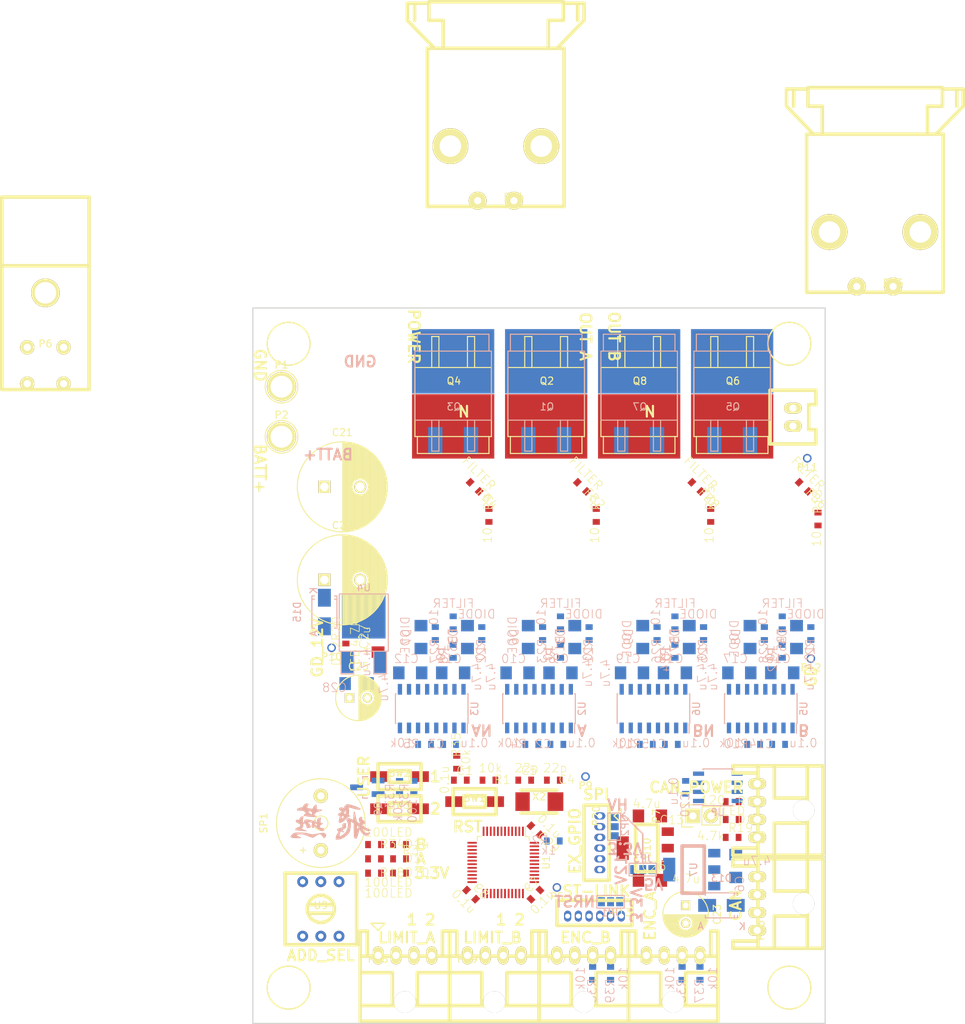
<source format=kicad_pcb>
(kicad_pcb (version 4) (host pcbnew 4.0.4-stable)
  (layers (0 F.Cu signal) (31 B.Cu signal) (34 B.Paste user) (35 F.Paste user) (36 B.SilkS user) (37 F.SilkS user) (38 B.Mask user) (39 F.Mask user) (44 Edge.Cuts user))
  (net 0 "")
  (net 1 GND)
  (net 2 /NRST)
  (net 3 /OSC_IN)
  (net 4 /OSC_OUT)
  (net 5 +3.3V)
  (net 6 "Net-(C9-Pad1)")
  (net 7 +12V)
  (net 8 GNDPWR)
  (net 9 "Net-(C11-Pad1)")
  (net 10 /OUT_AN)
  (net 11 "Net-(C16-Pad1)")
  (net 12 "Net-(C18-Pad1)")
  (net 13 /OUT_BN)
  (net 14 +BATT)
  (net 15 "Net-(D1-Pad2)")
  (net 16 /ENC_Ab)
  (net 17 /ENC_Aa)
  (net 18 /ENC_Bb)
  (net 19 /ENC_Ba)
  (net 20 /CANL)
  (net 21 "Net-(P7-Pad2)")
  (net 22 /CANH)
  (net 23 /LIMIT_A1)
  (net 24 /LIMIT_A2)
  (net 25 /LIMIT_B1)
  (net 26 /LIMIT_B2)
  (net 27 /USART_RX)
  (net 28 /USART_TX)
  (net 29 /SWDIO)
  (net 30 /SWCLK)
  (net 31 /OUT_A)
  (net 32 /OUT_B)
  (net 33 /BOOT0)
  (net 34 "Net-(R4-Pad1)")
  (net 35 "Net-(R5-Pad1)")
  (net 36 "Net-(R6-Pad2)")
  (net 37 "Net-(R7-Pad2)")
  (net 38 "Net-(R8-Pad2)")
  (net 39 "Net-(R9-Pad2)")
  (net 40 "Net-(R10-Pad1)")
  (net 41 "Net-(R11-Pad1)")
  (net 42 "Net-(R12-Pad2)")
  (net 43 "Net-(R13-Pad2)")
  (net 44 "Net-(R14-Pad2)")
  (net 45 "Net-(R15-Pad2)")
  (net 46 /MOTOR_EN)
  (net 47 /CAN_RX)
  (net 48 /PWM_A)
  (net 49 /PWM_AN)
  (net 50 /PWM_B)
  (net 51 /PWM_BN)
  (net 52 /CAN_TX)
  (net 53 /GD_12V)
  (net 54 "Net-(FB1-Pad1)")
  (net 55 "Net-(FB1-Pad2)")
  (net 56 "Net-(FB2-Pad1)")
  (net 57 "Net-(FB2-Pad2)")
  (net 58 "Net-(FB3-Pad1)")
  (net 59 "Net-(FB3-Pad2)")
  (net 60 "Net-(FB4-Pad1)")
  (net 61 "Net-(FB4-Pad2)")
  (net 62 "Net-(FB5-Pad1)")
  (net 63 "Net-(FB5-Pad2)")
  (net 64 "Net-(FB6-Pad1)")
  (net 65 "Net-(FB6-Pad2)")
  (net 66 "Net-(FB7-Pad1)")
  (net 67 "Net-(FB7-Pad2)")
  (net 68 "Net-(FB8-Pad1)")
  (net 69 "Net-(FB8-Pad2)")
  (net 70 "Net-(C10-Pad1)")
  (net 71 "Net-(C12-Pad1)")
  (net 72 "Net-(C17-Pad1)")
  (net 73 "Net-(C19-Pad1)")
  (net 74 "Net-(D10-Pad2)")
  (net 75 "Net-(D11-Pad2)")
  (net 76 "Net-(D12-Pad2)")
  (net 77 "Net-(D2-Pad1)")
  (net 78 "Net-(D3-Pad1)")
  (net 79 "Net-(D4-Pad1)")
  (net 80 "Net-(D5-Pad1)")
  (net 81 "Net-(D6-Pad1)")
  (net 82 "Net-(D7-Pad1)")
  (net 83 "Net-(D8-Pad1)")
  (net 84 "Net-(D9-Pad1)")
  (net 85 /SEL_1)
  (net 86 /SEL_2)
  (net 87 /SEL_4)
  (net 88 /SEL_8)
  (net 89 "Net-(JP1-Pad2)")
  (net 90 "Net-(C23-Pad1)")
  (net 91 "Net-(Q9-PadG)")
  (net 92 "Net-(Q9-PadD)")
  (net 93 /BUZZER)
  (net 94 /LED_B)
  (net 95 /LED_A)
  (net 96 "Net-(D14-Pad2)")
  (net 97 "Net-(C27-Pad1)")
  (net 98 +5V)
  (net 99 /SW1)
  (net 100 /SW2)
  (net 101 "Net-(JP2-Pad2)")
  (net 102 /EXIO_0)
  (net 103 /EXIO_1)
  (net 104 /EXIO_2)
  (net 105 /EXIO_3)
  (net 106 "Net-(JP2-Pad3)")
  (module Capacitors_ThroughHole:C_Radial_D12.5_L25_P5 (layer F.Cu) (at 10 25)
    (fp_text reference C21 (at 2.5 -7.6) (layer F.SilkS))
    (fp_text value 470u)
    (pad 2 thru_hole circle (at 5 0) (size 1.7 1.7) (drill 1.2) (layers *.Cu *.Mask F.SilkS) (net 8 GNDPWR))
    (pad 1 thru_hole rect (at 0 0) (size 1.7 1.7) (drill 1.2) (layers *.Cu *.Mask F.SilkS) (net 14 +BATT))
  )
  (module RP_KiCAD_Connector:XA_4LC (layer F.Cu) (at 17.5 90.5)
    (fp_text reference P18 (at 0 0.5) (layer F.SilkS))
    (fp_text value CONN_01X04)
    (pad 1 thru_hole oval (at 0 0) (size 1.5 2.5) (drill 1) (layers *.Cu *.Mask F.SilkS) (net 1 GND))
    (pad 2 thru_hole oval (at 2.5 0) (size 1.5 2.5) (drill 1) (layers *.Cu *.Mask F.SilkS) (net 5 +3.3V))
    (pad 3 thru_hole oval (at 5 0) (size 1.5 2.5) (drill 1) (layers *.Cu *.Mask F.SilkS) (net 23 /LIMIT_A1))
    (pad 4 thru_hole oval (at 7.5 0) (size 1.5 2.5) (drill 1) (layers *.Cu *.Mask F.SilkS) (net 24 /LIMIT_A2))
    (pad "" thru_hole circle (at 3.75 6.5) (size 3 3) (drill 3) (layers *.Cu *.Mask F.SilkS) (clearance -0.3))
  )
  (module TO_SOT_Packages_SMD:TO-252-2Lead_regu (layer B.Cu) (at 15.5 49.5 180)
    (fp_text reference U4 (at 0 10.414 180) (layer B.SilkS) (effects (justify mirror)))
    (fp_text value LM7812)
    (pad VI smd rect (at -2.286 0 180) (size 1.651 3.048) (layers B.Cu B.Paste B.Mask) (net 97 "Net-(C27-Pad1)"))
    (pad GND smd rect (at 0 6.35 180) (size 6.096 6.096) (layers B.Cu B.Paste B.Mask) (net 8 GNDPWR))
    (pad VO smd rect (at 2.286 0 180) (size 1.651 3.048) (layers B.Cu B.Paste B.Mask) (net 53 /GD_12V))
  )
  (module RP_KiCAD_Connector:XA_4LC (layer F.Cu) (at 30 90.5)
    (fp_text reference P19 (at 0 0.5) (layer F.SilkS))
    (fp_text value CONN_01X04)
    (pad 1 thru_hole oval (at 0 0) (size 1.5 2.5) (drill 1) (layers *.Cu *.Mask F.SilkS) (net 1 GND))
    (pad 2 thru_hole oval (at 2.5 0) (size 1.5 2.5) (drill 1) (layers *.Cu *.Mask F.SilkS) (net 5 +3.3V))
    (pad 3 thru_hole oval (at 5 0) (size 1.5 2.5) (drill 1) (layers *.Cu *.Mask F.SilkS) (net 25 /LIMIT_B1))
    (pad 4 thru_hole oval (at 7.5 0) (size 1.5 2.5) (drill 1) (layers *.Cu *.Mask F.SilkS) (net 26 /LIMIT_B2))
    (pad "" thru_hole circle (at 3.75 6.5) (size 3 3) (drill 3) (layers *.Cu *.Mask F.SilkS) (clearance -0.3))
  )
  (module TO_SOT_Packages_SMD:D2-PAK (layer B.Cu) (at 28 13 180)
    (fp_text reference Q3 (at -0.09906 -0.8001 180) (layer B.SilkS) (effects (justify mirror)))
    (fp_text value MOSFET_N)
    (pad G smd rect (at -2.49936 -5.5499 180) (size 1.99898 3.79984) (layers B.Cu B.Paste B.Mask) (net 59 "Net-(FB3-Pad2)"))
    (pad S smd rect (at 2.49936 -5.5499 180) (size 1.99898 3.79984) (layers B.Cu B.Paste B.Mask) (net 10 /OUT_AN))
    (pad D smd rect (at 0 5.5499 180) (size 11.50112 8.99922) (layers B.Cu B.Paste B.Mask) (net 14 +BATT))
  )
  (module Housings_QFP:LQFP-48_7x7mm_Pitch0.5mm (layer F.Cu) (at 35 77.5 270)
    (fp_text reference U1 (at 0 -6 270) (layer F.SilkS))
    (fp_text value STM32F103_48)
    (pad 1 smd rect (at -4.35 -2.75 270) (size 1.3 0.25) (layers F.Cu F.Paste F.Mask) (net 5 +3.3V))
    (pad 2 smd rect (at -4.35 -2.25 270) (size 1.3 0.25) (layers F.Cu F.Paste F.Mask))
    (pad 3 smd rect (at -4.35 -1.75 270) (size 1.3 0.25) (layers F.Cu F.Paste F.Mask))
    (pad 4 smd rect (at -4.35 -1.25 270) (size 1.3 0.25) (layers F.Cu F.Paste F.Mask))
    (pad 5 smd rect (at -4.35 -0.75 270) (size 1.3 0.25) (layers F.Cu F.Paste F.Mask) (net 3 /OSC_IN))
    (pad 6 smd rect (at -4.35 -0.25 270) (size 1.3 0.25) (layers F.Cu F.Paste F.Mask) (net 4 /OSC_OUT))
    (pad 7 smd rect (at -4.35 0.25 270) (size 1.3 0.25) (layers F.Cu F.Paste F.Mask) (net 2 /NRST))
    (pad 8 smd rect (at -4.35 0.75 270) (size 1.3 0.25) (layers F.Cu F.Paste F.Mask) (net 1 GND))
    (pad 9 smd rect (at -4.35 1.25 270) (size 1.3 0.25) (layers F.Cu F.Paste F.Mask) (net 5 +3.3V))
    (pad 10 smd rect (at -4.35 1.75 270) (size 1.3 0.25) (layers F.Cu F.Paste F.Mask) (net 17 /ENC_Aa))
    (pad 11 smd rect (at -4.35 2.25 270) (size 1.3 0.25) (layers F.Cu F.Paste F.Mask) (net 16 /ENC_Ab))
    (pad 12 smd rect (at -4.35 2.75 270) (size 1.3 0.25) (layers F.Cu F.Paste F.Mask) (net 99 /SW1))
    (pad 13 smd rect (at -2.75 4.35) (size 1.3 0.25) (layers F.Cu F.Paste F.Mask) (net 100 /SW2))
    (pad 14 smd rect (at -2.25 4.35) (size 1.3 0.25) (layers F.Cu F.Paste F.Mask) (net 95 /LED_A))
    (pad 15 smd rect (at -1.75 4.35) (size 1.3 0.25) (layers F.Cu F.Paste F.Mask) (net 94 /LED_B))
    (pad 16 smd rect (at -1.25 4.35) (size 1.3 0.25) (layers F.Cu F.Paste F.Mask) (net 19 /ENC_Ba))
    (pad 17 smd rect (at -0.75 4.35) (size 1.3 0.25) (layers F.Cu F.Paste F.Mask) (net 18 /ENC_Bb))
    (pad 18 smd rect (at -0.25 4.35) (size 1.3 0.25) (layers F.Cu F.Paste F.Mask) (net 93 /BUZZER))
    (pad 19 smd rect (at 0.25 4.35) (size 1.3 0.25) (layers F.Cu F.Paste F.Mask) (net 85 /SEL_1))
    (pad 20 smd rect (at 0.75 4.35) (size 1.3 0.25) (layers F.Cu F.Paste F.Mask) (net 86 /SEL_2))
    (pad 21 smd rect (at 1.25 4.35) (size 1.3 0.25) (layers F.Cu F.Paste F.Mask) (net 87 /SEL_4))
    (pad 22 smd rect (at 1.75 4.35) (size 1.3 0.25) (layers F.Cu F.Paste F.Mask) (net 88 /SEL_8))
    (pad 23 smd rect (at 2.25 4.35) (size 1.3 0.25) (layers F.Cu F.Paste F.Mask) (net 1 GND))
    (pad 24 smd rect (at 2.75 4.35) (size 1.3 0.25) (layers F.Cu F.Paste F.Mask) (net 5 +3.3V))
    (pad 25 smd rect (at 4.35 2.75 270) (size 1.3 0.25) (layers F.Cu F.Paste F.Mask) (net 46 /MOTOR_EN))
    (pad 26 smd rect (at 4.35 2.25 270) (size 1.3 0.25) (layers F.Cu F.Paste F.Mask) (net 23 /LIMIT_A1))
    (pad 27 smd rect (at 4.35 1.75 270) (size 1.3 0.25) (layers F.Cu F.Paste F.Mask) (net 24 /LIMIT_A2))
    (pad 28 smd rect (at 4.35 1.25 270) (size 1.3 0.25) (layers F.Cu F.Paste F.Mask) (net 25 /LIMIT_B1))
    (pad 29 smd rect (at 4.35 0.75 270) (size 1.3 0.25) (layers F.Cu F.Paste F.Mask) (net 26 /LIMIT_B2))
    (pad 30 smd rect (at 4.35 0.25 270) (size 1.3 0.25) (layers F.Cu F.Paste F.Mask) (net 28 /USART_TX))
    (pad 31 smd rect (at 4.35 -0.25 270) (size 1.3 0.25) (layers F.Cu F.Paste F.Mask) (net 27 /USART_RX))
    (pad 32 smd rect (at 4.35 -0.75 270) (size 1.3 0.25) (layers F.Cu F.Paste F.Mask) (net 47 /CAN_RX))
    (pad 33 smd rect (at 4.35 -1.25 270) (size 1.3 0.25) (layers F.Cu F.Paste F.Mask) (net 52 /CAN_TX))
    (pad 34 smd rect (at 4.35 -1.75 270) (size 1.3 0.25) (layers F.Cu F.Paste F.Mask) (net 29 /SWDIO))
    (pad 35 smd rect (at 4.35 -2.25 270) (size 1.3 0.25) (layers F.Cu F.Paste F.Mask) (net 1 GND))
    (pad 36 smd rect (at 4.35 -2.75 270) (size 1.3 0.25) (layers F.Cu F.Paste F.Mask) (net 5 +3.3V))
    (pad 37 smd rect (at 2.75 -4.35) (size 1.3 0.25) (layers F.Cu F.Paste F.Mask) (net 30 /SWCLK))
    (pad 38 smd rect (at 2.25 -4.35) (size 1.3 0.25) (layers F.Cu F.Paste F.Mask) (net 105 /EXIO_3))
    (pad 39 smd rect (at 1.75 -4.35) (size 1.3 0.25) (layers F.Cu F.Paste F.Mask) (net 104 /EXIO_2))
    (pad 40 smd rect (at 1.25 -4.35) (size 1.3 0.25) (layers F.Cu F.Paste F.Mask) (net 103 /EXIO_1))
    (pad 41 smd rect (at 0.75 -4.35) (size 1.3 0.25) (layers F.Cu F.Paste F.Mask) (net 102 /EXIO_0))
    (pad 42 smd rect (at 0.25 -4.35) (size 1.3 0.25) (layers F.Cu F.Paste F.Mask) (net 50 /PWM_B))
    (pad 43 smd rect (at -0.25 -4.35) (size 1.3 0.25) (layers F.Cu F.Paste F.Mask) (net 51 /PWM_BN))
    (pad 44 smd rect (at -0.75 -4.35) (size 1.3 0.25) (layers F.Cu F.Paste F.Mask) (net 33 /BOOT0))
    (pad 45 smd rect (at -1.25 -4.35) (size 1.3 0.25) (layers F.Cu F.Paste F.Mask) (net 48 /PWM_A))
    (pad 46 smd rect (at -1.75 -4.35) (size 1.3 0.25) (layers F.Cu F.Paste F.Mask) (net 49 /PWM_AN))
    (pad 47 smd rect (at -2.25 -4.35) (size 1.3 0.25) (layers F.Cu F.Paste F.Mask) (net 1 GND))
    (pad 48 smd rect (at -2.75 -4.35) (size 1.3 0.25) (layers F.Cu F.Paste F.Mask) (net 5 +3.3V))
  )
  (module Capacitors_ThroughHole:C_Radial_D6.3_L11.2_P2.5 (layer F.Cu) (at 60.5 83.5 270)
    (fp_text reference C23 (at 1.25 -4.4 270) (layer F.SilkS))
    (fp_text value 100u)
    (pad 2 thru_hole circle (at 2.5 0 270) (size 1.3 1.3) (drill 0.8) (layers *.Cu *.Mask F.SilkS) (net 1 GND))
    (pad 1 thru_hole rect (at 0 0 270) (size 1.3 1.3) (drill 0.8) (layers *.Cu *.Mask F.SilkS) (net 90 "Net-(C23-Pad1)"))
  )
  (module RP_KiCAD_Connector:XA_4LC (layer F.Cu) (at 70.5 87 90)
    (fp_text reference P16 (at 0 0.5 90) (layer F.SilkS))
    (fp_text value CONN_01X04)
    (pad 1 thru_hole oval (at 0 0 90) (size 1.5 2.5) (drill 1) (layers *.Cu *.Mask F.SilkS) (net 1 GND))
    (pad 2 thru_hole oval (at 2.5 0 90) (size 1.5 2.5) (drill 1) (layers *.Cu *.Mask F.SilkS) (net 7 +12V))
    (pad 3 thru_hole oval (at 5 0 90) (size 1.5 2.5) (drill 1) (layers *.Cu *.Mask F.SilkS) (net 22 /CANH))
    (pad 4 thru_hole oval (at 7.5 0 90) (size 1.5 2.5) (drill 1) (layers *.Cu *.Mask F.SilkS) (net 20 /CANL))
    (pad "" thru_hole circle (at 3.75 6.5 90) (size 3 3) (drill 3) (layers *.Cu *.Mask F.SilkS) (clearance -0.3))
  )
  (module TO_SOT_Packages_SMD:D2-PAK (layer B.Cu) (at 54 13 180)
    (fp_text reference Q7 (at -0.09906 -0.8001 180) (layer B.SilkS) (effects (justify mirror)))
    (fp_text value MOSFET_N)
    (pad G smd rect (at -2.49936 -5.5499 180) (size 1.99898 3.79984) (layers B.Cu B.Paste B.Mask) (net 67 "Net-(FB7-Pad2)"))
    (pad S smd rect (at 2.49936 -5.5499 180) (size 1.99898 3.79984) (layers B.Cu B.Paste B.Mask) (net 13 /OUT_BN))
    (pad D smd rect (at 0 5.5499 180) (size 11.50112 8.99922) (layers B.Cu B.Paste B.Mask) (net 14 +BATT))
  )
  (module RP_KiCAD_Libs:C3216 (layer B.Cu) (at 43 51 180)
    (fp_text reference C9 (at -1.27 1.27 180) (layer B.SilkS) (effects (font (size 1.2065 1.2065) (thickness 0.1016)) (justify left bottom mirror)))
    (fp_text value 4.7u (at -4.5 2 270) (layer B.SilkS) (effects (font (size 1.2065 1.2065) (thickness 0.1016)) (justify left bottom mirror)))
    (pad 1 smd rect (at -1.6 0 180) (size 1.6 1.8) (layers B.Cu B.Paste B.Mask) (net 6 "Net-(C9-Pad1)"))
    (pad 2 smd rect (at 1.6 0 180) (size 1.6 1.8) (layers B.Cu B.Paste B.Mask) (net 31 /OUT_A))
  )
  (module RP_KiCAD_Libs:C3216 (layer B.Cu) (at 37 51 180)
    (fp_text reference C10 (at -1.27 1.27 180) (layer B.SilkS) (effects (font (size 1.2065 1.2065) (thickness 0.1016)) (justify left bottom mirror)))
    (fp_text value 4.7u (at 3 1.5 270) (layer B.SilkS) (effects (font (size 1.2065 1.2065) (thickness 0.1016)) (justify left bottom mirror)))
    (pad 1 smd rect (at -1.6 0 180) (size 1.6 1.8) (layers B.Cu B.Paste B.Mask) (net 70 "Net-(C10-Pad1)"))
    (pad 2 smd rect (at 1.6 0 180) (size 1.6 1.8) (layers B.Cu B.Paste B.Mask) (net 8 GNDPWR))
  )
  (module RP_KiCAD_Libs:C3216 (layer B.Cu) (at 28 51 180)
    (fp_text reference C11 (at -1.27 1.27 180) (layer B.SilkS) (effects (font (size 1.2065 1.2065) (thickness 0.1016)) (justify left bottom mirror)))
    (fp_text value 4.7u (at -4 1.5 270) (layer B.SilkS) (effects (font (size 1.2065 1.2065) (thickness 0.1016)) (justify left bottom mirror)))
    (pad 1 smd rect (at -1.6 0 180) (size 1.6 1.8) (layers B.Cu B.Paste B.Mask) (net 9 "Net-(C11-Pad1)"))
    (pad 2 smd rect (at 1.6 0 180) (size 1.6 1.8) (layers B.Cu B.Paste B.Mask) (net 10 /OUT_AN))
  )
  (module RP_KiCAD_Libs:C3216 (layer B.Cu) (at 22 51 180)
    (fp_text reference C12 (at -1.27 1.27 180) (layer B.SilkS) (effects (font (size 1.2065 1.2065) (thickness 0.1016)) (justify left bottom mirror)))
    (fp_text value 4.7u (at 3 0 270) (layer B.SilkS) (effects (font (size 1.2065 1.2065) (thickness 0.1016)) (justify left bottom mirror)))
    (pad 1 smd rect (at -1.6 0 180) (size 1.6 1.8) (layers B.Cu B.Paste B.Mask) (net 71 "Net-(C12-Pad1)"))
    (pad 2 smd rect (at 1.6 0 180) (size 1.6 1.8) (layers B.Cu B.Paste B.Mask) (net 8 GNDPWR))
  )
  (module RP_KiCAD_Libs:C3216 (layer B.Cu) (at 74 51 180)
    (fp_text reference C16 (at -1.27 1.27 180) (layer B.SilkS) (effects (font (size 1.2065 1.2065) (thickness 0.1016)) (justify left bottom mirror)))
    (fp_text value 4.7u (at -4.5 1.5 270) (layer B.SilkS) (effects (font (size 1.2065 1.2065) (thickness 0.1016)) (justify left bottom mirror)))
    (pad 1 smd rect (at -1.6 0 180) (size 1.6 1.8) (layers B.Cu B.Paste B.Mask) (net 11 "Net-(C16-Pad1)"))
    (pad 2 smd rect (at 1.6 0 180) (size 1.6 1.8) (layers B.Cu B.Paste B.Mask) (net 32 /OUT_B))
  )
  (module RP_KiCAD_Libs:C3216 (layer B.Cu) (at 68 51 180)
    (fp_text reference C17 (at -1.27 1.27 180) (layer B.SilkS) (effects (font (size 1.2065 1.2065) (thickness 0.1016)) (justify left bottom mirror)))
    (fp_text value 4.7u (at 3 1.5 270) (layer B.SilkS) (effects (font (size 1.2065 1.2065) (thickness 0.1016)) (justify left bottom mirror)))
    (pad 1 smd rect (at -1.6 0 180) (size 1.6 1.8) (layers B.Cu B.Paste B.Mask) (net 72 "Net-(C17-Pad1)"))
    (pad 2 smd rect (at 1.6 0 180) (size 1.6 1.8) (layers B.Cu B.Paste B.Mask) (net 8 GNDPWR))
  )
  (module RP_KiCAD_Libs:C3216 (layer B.Cu) (at 59 51 180)
    (fp_text reference C18 (at -1.27 1.27 180) (layer B.SilkS) (effects (font (size 1.2065 1.2065) (thickness 0.1016)) (justify left bottom mirror)))
    (fp_text value 4.7u (at -4.5 1.5 270) (layer B.SilkS) (effects (font (size 1.2065 1.2065) (thickness 0.1016)) (justify left bottom mirror)))
    (pad 1 smd rect (at -1.6 0 180) (size 1.6 1.8) (layers B.Cu B.Paste B.Mask) (net 12 "Net-(C18-Pad1)"))
    (pad 2 smd rect (at 1.6 0 180) (size 1.6 1.8) (layers B.Cu B.Paste B.Mask) (net 13 /OUT_BN))
  )
  (module RP_KiCAD_Libs:C3216 (layer B.Cu) (at 53 51 180)
    (fp_text reference C19 (at -1.27 1.27 180) (layer B.SilkS) (effects (font (size 1.2065 1.2065) (thickness 0.1016)) (justify left bottom mirror)))
    (fp_text value 4.7u (at 3 2 270) (layer B.SilkS) (effects (font (size 1.2065 1.2065) (thickness 0.1016)) (justify left bottom mirror)))
    (pad 1 smd rect (at -1.6 0 180) (size 1.6 1.8) (layers B.Cu B.Paste B.Mask) (net 73 "Net-(C19-Pad1)"))
    (pad 2 smd rect (at 1.6 0 180) (size 1.6 1.8) (layers B.Cu B.Paste B.Mask) (net 8 GNDPWR))
  )
  (module RP_KiCAD_Libs:C3216 (layer B.Cu) (at 45 46 270)
    (fp_text reference D2 (at -1.27 1.27 270) (layer B.SilkS) (effects (font (size 1.2065 1.2065) (thickness 0.1016)) (justify left bottom mirror)))
    (fp_text value DIODE (at -2.5 -4 360) (layer B.SilkS) (effects (font (size 1.2065 1.2065) (thickness 0.1016)) (justify left bottom mirror)))
    (pad 1 smd rect (at -1.6 0 270) (size 1.6 1.8) (layers B.Cu B.Paste B.Mask) (net 77 "Net-(D2-Pad1)"))
    (pad 2 smd rect (at 1.6 0 270) (size 1.6 1.8) (layers B.Cu B.Paste B.Mask) (net 6 "Net-(C9-Pad1)"))
  )
  (module RP_KiCAD_Libs:C3216 (layer B.Cu) (at 30 46 270)
    (fp_text reference D3 (at -1.27 1.27 270) (layer B.SilkS) (effects (font (size 1.2065 1.2065) (thickness 0.1016)) (justify left bottom mirror)))
    (fp_text value DIODE (at -2.5 -4 540) (layer B.SilkS) (effects (font (size 1.2065 1.2065) (thickness 0.1016)) (justify left bottom mirror)))
    (pad 1 smd rect (at -1.6 0 270) (size 1.6 1.8) (layers B.Cu B.Paste B.Mask) (net 78 "Net-(D3-Pad1)"))
    (pad 2 smd rect (at 1.6 0 270) (size 1.6 1.8) (layers B.Cu B.Paste B.Mask) (net 9 "Net-(C11-Pad1)"))
  )
  (module RP_KiCAD_Libs:C3216 (layer B.Cu) (at 76 46 270)
    (fp_text reference D4 (at -1.27 1.27 270) (layer B.SilkS) (effects (font (size 1.2065 1.2065) (thickness 0.1016)) (justify left bottom mirror)))
    (fp_text value DIODE (at -2.5 -4 360) (layer B.SilkS) (effects (font (size 1.2065 1.2065) (thickness 0.1016)) (justify left bottom mirror)))
    (pad 1 smd rect (at -1.6 0 270) (size 1.6 1.8) (layers B.Cu B.Paste B.Mask) (net 79 "Net-(D4-Pad1)"))
    (pad 2 smd rect (at 1.6 0 270) (size 1.6 1.8) (layers B.Cu B.Paste B.Mask) (net 11 "Net-(C16-Pad1)"))
  )
  (module RP_KiCAD_Libs:C3216 (layer B.Cu) (at 61 46 270)
    (fp_text reference D5 (at -1.27 1.27 270) (layer B.SilkS) (effects (font (size 1.2065 1.2065) (thickness 0.1016)) (justify left bottom mirror)))
    (fp_text value DIODE (at -2.5 -4 540) (layer B.SilkS) (effects (font (size 1.2065 1.2065) (thickness 0.1016)) (justify left bottom mirror)))
    (pad 1 smd rect (at -1.6 0 270) (size 1.6 1.8) (layers B.Cu B.Paste B.Mask) (net 80 "Net-(D5-Pad1)"))
    (pad 2 smd rect (at 1.6 0 270) (size 1.6 1.8) (layers B.Cu B.Paste B.Mask) (net 12 "Net-(C18-Pad1)"))
  )
  (module Pin_Headers:Pin_Header_Straight_1x02 (layer F.Cu) (at 61.5 71 90)
    (fp_text reference P7 (at 0 -5.1 90) (layer F.SilkS))
    (fp_text value CONN_01X02)
    (pad 1 thru_hole rect (at 0 0 90) (size 2.032 2.032) (drill 1.016) (layers *.Cu *.Mask F.SilkS) (net 20 /CANL))
    (pad 2 thru_hole oval (at 0 2.54 90) (size 2.032 2.032) (drill 1.016) (layers *.Cu *.Mask F.SilkS) (net 21 "Net-(P7-Pad2)"))
  )
  (module TO_SOT_Packages_SMD:D2-PAK (layer B.Cu) (at 41 13 180)
    (fp_text reference Q1 (at -0.09906 -0.8001 180) (layer B.SilkS) (effects (justify mirror)))
    (fp_text value MOSFET_N)
    (pad G smd rect (at -2.49936 -5.5499 180) (size 1.99898 3.79984) (layers B.Cu B.Paste B.Mask) (net 55 "Net-(FB1-Pad2)"))
    (pad S smd rect (at 2.49936 -5.5499 180) (size 1.99898 3.79984) (layers B.Cu B.Paste B.Mask) (net 31 /OUT_A))
    (pad D smd rect (at 0 5.5499 180) (size 11.50112 8.99922) (layers B.Cu B.Paste B.Mask) (net 14 +BATT))
  )
  (module TO_SOT_Packages_SMD:D2-PAK (layer F.Cu) (at 41 11 180)
    (fp_text reference Q2 (at -0.09906 0.8001 180) (layer F.SilkS))
    (fp_text value MOSFET_N)
    (pad G smd rect (at -2.49936 5.5499 180) (size 1.99898 3.79984) (layers F.Cu F.Paste F.Mask) (net 57 "Net-(FB2-Pad2)"))
    (pad S smd rect (at 2.49936 5.5499 180) (size 1.99898 3.79984) (layers F.Cu F.Paste F.Mask) (net 8 GNDPWR))
    (pad D smd rect (at 0 -5.5499 180) (size 11.50112 8.99922) (layers F.Cu F.Paste F.Mask) (net 31 /OUT_A))
  )
  (module TO_SOT_Packages_SMD:D2-PAK (layer F.Cu) (at 28 11 180)
    (fp_text reference Q4 (at -0.09906 0.8001 180) (layer F.SilkS))
    (fp_text value MOSFET_N)
    (pad G smd rect (at -2.49936 5.5499 180) (size 1.99898 3.79984) (layers F.Cu F.Paste F.Mask) (net 61 "Net-(FB4-Pad2)"))
    (pad S smd rect (at 2.49936 5.5499 180) (size 1.99898 3.79984) (layers F.Cu F.Paste F.Mask) (net 8 GNDPWR))
    (pad D smd rect (at 0 -5.5499 180) (size 11.50112 8.99922) (layers F.Cu F.Paste F.Mask) (net 10 /OUT_AN))
  )
  (module TO_SOT_Packages_SMD:D2-PAK (layer B.Cu) (at 67 13 180)
    (fp_text reference Q5 (at -0.09906 -0.8001 180) (layer B.SilkS) (effects (justify mirror)))
    (fp_text value MOSFET_N)
    (pad G smd rect (at -2.49936 -5.5499 180) (size 1.99898 3.79984) (layers B.Cu B.Paste B.Mask) (net 63 "Net-(FB5-Pad2)"))
    (pad S smd rect (at 2.49936 -5.5499 180) (size 1.99898 3.79984) (layers B.Cu B.Paste B.Mask) (net 32 /OUT_B))
    (pad D smd rect (at 0 5.5499 180) (size 11.50112 8.99922) (layers B.Cu B.Paste B.Mask) (net 14 +BATT))
  )
  (module TO_SOT_Packages_SMD:D2-PAK (layer F.Cu) (at 67 11 180)
    (fp_text reference Q6 (at -0.09906 0.8001 180) (layer F.SilkS))
    (fp_text value MOSFET_N)
    (pad G smd rect (at -2.49936 5.5499 180) (size 1.99898 3.79984) (layers F.Cu F.Paste F.Mask) (net 65 "Net-(FB6-Pad2)"))
    (pad S smd rect (at 2.49936 5.5499 180) (size 1.99898 3.79984) (layers F.Cu F.Paste F.Mask) (net 8 GNDPWR))
    (pad D smd rect (at 0 -5.5499 180) (size 11.50112 8.99922) (layers F.Cu F.Paste F.Mask) (net 32 /OUT_B))
  )
  (module TO_SOT_Packages_SMD:D2-PAK (layer F.Cu) (at 54 11 180)
    (fp_text reference Q8 (at -0.09906 0.8001 180) (layer F.SilkS))
    (fp_text value MOSFET_N)
    (pad G smd rect (at -2.49936 5.5499 180) (size 1.99898 3.79984) (layers F.Cu F.Paste F.Mask) (net 69 "Net-(FB8-Pad2)"))
    (pad S smd rect (at 2.49936 5.5499 180) (size 1.99898 3.79984) (layers F.Cu F.Paste F.Mask) (net 8 GNDPWR))
    (pad D smd rect (at 0 -5.5499 180) (size 11.50112 8.99922) (layers F.Cu F.Paste F.Mask) (net 13 /OUT_BN))
  )
  (module Housings_SOIC:SOIC-16_3.9x9.9mm_Pitch1.27mm (layer B.Cu) (at 40 56 90)
    (fp_text reference U2 (at 0 6 90) (layer B.SilkS) (effects (justify mirror)))
    (fp_text value SI8234)
    (pad 1 smd rect (at -2.7 4.445 90) (size 1.5 0.6) (layers B.Cu B.Paste B.Mask) (net 48 /PWM_A))
    (pad 2 smd rect (at -2.7 3.175 90) (size 1.5 0.6) (layers B.Cu B.Paste B.Mask))
    (pad 3 smd rect (at -2.7 1.905 90) (size 1.5 0.6) (layers B.Cu B.Paste B.Mask) (net 5 +3.3V))
    (pad 4 smd rect (at -2.7 0.635 90) (size 1.5 0.6) (layers B.Cu B.Paste B.Mask) (net 1 GND))
    (pad 5 smd rect (at -2.7 -0.635 90) (size 1.5 0.6) (layers B.Cu B.Paste B.Mask) (net 46 /MOTOR_EN))
    (pad 6 smd rect (at -2.7 -1.905 90) (size 1.5 0.6) (layers B.Cu B.Paste B.Mask) (net 34 "Net-(R4-Pad1)"))
    (pad 7 smd rect (at -2.7 -3.175 90) (size 1.5 0.6) (layers B.Cu B.Paste B.Mask))
    (pad 8 smd rect (at -2.7 -4.445 90) (size 1.5 0.6) (layers B.Cu B.Paste B.Mask) (net 5 +3.3V))
    (pad 9 smd rect (at 2.7 -4.445 90) (size 1.5 0.6) (layers B.Cu B.Paste B.Mask) (net 8 GNDPWR))
    (pad 10 smd rect (at 2.7 -3.175 90) (size 1.5 0.6) (layers B.Cu B.Paste B.Mask) (net 37 "Net-(R7-Pad2)"))
    (pad 11 smd rect (at 2.7 -1.905 90) (size 1.5 0.6) (layers B.Cu B.Paste B.Mask) (net 70 "Net-(C10-Pad1)"))
    (pad 12 smd rect (at 2.7 -0.635 90) (size 1.5 0.6) (layers B.Cu B.Paste B.Mask))
    (pad 13 smd rect (at 2.7 0.635 90) (size 1.5 0.6) (layers B.Cu B.Paste B.Mask))
    (pad 14 smd rect (at 2.7 1.905 90) (size 1.5 0.6) (layers B.Cu B.Paste B.Mask) (net 31 /OUT_A))
    (pad 15 smd rect (at 2.7 3.175 90) (size 1.5 0.6) (layers B.Cu B.Paste B.Mask) (net 36 "Net-(R6-Pad2)"))
    (pad 16 smd rect (at 2.7 4.445 90) (size 1.5 0.6) (layers B.Cu B.Paste B.Mask) (net 6 "Net-(C9-Pad1)"))
  )
  (module Housings_SOIC:SOIC-16_3.9x9.9mm_Pitch1.27mm (layer B.Cu) (at 25 56 90)
    (fp_text reference U3 (at 0 6 90) (layer B.SilkS) (effects (justify mirror)))
    (fp_text value SI8234)
    (pad 1 smd rect (at -2.7 4.445 90) (size 1.5 0.6) (layers B.Cu B.Paste B.Mask) (net 49 /PWM_AN))
    (pad 2 smd rect (at -2.7 3.175 90) (size 1.5 0.6) (layers B.Cu B.Paste B.Mask))
    (pad 3 smd rect (at -2.7 1.905 90) (size 1.5 0.6) (layers B.Cu B.Paste B.Mask) (net 5 +3.3V))
    (pad 4 smd rect (at -2.7 0.635 90) (size 1.5 0.6) (layers B.Cu B.Paste B.Mask) (net 1 GND))
    (pad 5 smd rect (at -2.7 -0.635 90) (size 1.5 0.6) (layers B.Cu B.Paste B.Mask) (net 46 /MOTOR_EN))
    (pad 6 smd rect (at -2.7 -1.905 90) (size 1.5 0.6) (layers B.Cu B.Paste B.Mask) (net 35 "Net-(R5-Pad1)"))
    (pad 7 smd rect (at -2.7 -3.175 90) (size 1.5 0.6) (layers B.Cu B.Paste B.Mask))
    (pad 8 smd rect (at -2.7 -4.445 90) (size 1.5 0.6) (layers B.Cu B.Paste B.Mask) (net 5 +3.3V))
    (pad 9 smd rect (at 2.7 -4.445 90) (size 1.5 0.6) (layers B.Cu B.Paste B.Mask) (net 8 GNDPWR))
    (pad 10 smd rect (at 2.7 -3.175 90) (size 1.5 0.6) (layers B.Cu B.Paste B.Mask) (net 39 "Net-(R9-Pad2)"))
    (pad 11 smd rect (at 2.7 -1.905 90) (size 1.5 0.6) (layers B.Cu B.Paste B.Mask) (net 71 "Net-(C12-Pad1)"))
    (pad 12 smd rect (at 2.7 -0.635 90) (size 1.5 0.6) (layers B.Cu B.Paste B.Mask))
    (pad 13 smd rect (at 2.7 0.635 90) (size 1.5 0.6) (layers B.Cu B.Paste B.Mask))
    (pad 14 smd rect (at 2.7 1.905 90) (size 1.5 0.6) (layers B.Cu B.Paste B.Mask) (net 10 /OUT_AN))
    (pad 15 smd rect (at 2.7 3.175 90) (size 1.5 0.6) (layers B.Cu B.Paste B.Mask) (net 38 "Net-(R8-Pad2)"))
    (pad 16 smd rect (at 2.7 4.445 90) (size 1.5 0.6) (layers B.Cu B.Paste B.Mask) (net 9 "Net-(C11-Pad1)"))
  )
  (module Housings_SOIC:SOIC-16_3.9x9.9mm_Pitch1.27mm (layer B.Cu) (at 71 56 90)
    (fp_text reference U5 (at 0 6 90) (layer B.SilkS) (effects (justify mirror)))
    (fp_text value SI8234)
    (pad 1 smd rect (at -2.7 4.445 90) (size 1.5 0.6) (layers B.Cu B.Paste B.Mask) (net 50 /PWM_B))
    (pad 2 smd rect (at -2.7 3.175 90) (size 1.5 0.6) (layers B.Cu B.Paste B.Mask))
    (pad 3 smd rect (at -2.7 1.905 90) (size 1.5 0.6) (layers B.Cu B.Paste B.Mask) (net 5 +3.3V))
    (pad 4 smd rect (at -2.7 0.635 90) (size 1.5 0.6) (layers B.Cu B.Paste B.Mask) (net 1 GND))
    (pad 5 smd rect (at -2.7 -0.635 90) (size 1.5 0.6) (layers B.Cu B.Paste B.Mask) (net 46 /MOTOR_EN))
    (pad 6 smd rect (at -2.7 -1.905 90) (size 1.5 0.6) (layers B.Cu B.Paste B.Mask) (net 40 "Net-(R10-Pad1)"))
    (pad 7 smd rect (at -2.7 -3.175 90) (size 1.5 0.6) (layers B.Cu B.Paste B.Mask))
    (pad 8 smd rect (at -2.7 -4.445 90) (size 1.5 0.6) (layers B.Cu B.Paste B.Mask) (net 5 +3.3V))
    (pad 9 smd rect (at 2.7 -4.445 90) (size 1.5 0.6) (layers B.Cu B.Paste B.Mask) (net 8 GNDPWR))
    (pad 10 smd rect (at 2.7 -3.175 90) (size 1.5 0.6) (layers B.Cu B.Paste B.Mask) (net 43 "Net-(R13-Pad2)"))
    (pad 11 smd rect (at 2.7 -1.905 90) (size 1.5 0.6) (layers B.Cu B.Paste B.Mask) (net 72 "Net-(C17-Pad1)"))
    (pad 12 smd rect (at 2.7 -0.635 90) (size 1.5 0.6) (layers B.Cu B.Paste B.Mask))
    (pad 13 smd rect (at 2.7 0.635 90) (size 1.5 0.6) (layers B.Cu B.Paste B.Mask))
    (pad 14 smd rect (at 2.7 1.905 90) (size 1.5 0.6) (layers B.Cu B.Paste B.Mask) (net 32 /OUT_B))
    (pad 15 smd rect (at 2.7 3.175 90) (size 1.5 0.6) (layers B.Cu B.Paste B.Mask) (net 42 "Net-(R12-Pad2)"))
    (pad 16 smd rect (at 2.7 4.445 90) (size 1.5 0.6) (layers B.Cu B.Paste B.Mask) (net 11 "Net-(C16-Pad1)"))
  )
  (module Housings_SOIC:SOIC-16_3.9x9.9mm_Pitch1.27mm (layer B.Cu) (at 56 56 90)
    (fp_text reference U6 (at 0 6 90) (layer B.SilkS) (effects (justify mirror)))
    (fp_text value SI8234)
    (pad 1 smd rect (at -2.7 4.445 90) (size 1.5 0.6) (layers B.Cu B.Paste B.Mask) (net 51 /PWM_BN))
    (pad 2 smd rect (at -2.7 3.175 90) (size 1.5 0.6) (layers B.Cu B.Paste B.Mask))
    (pad 3 smd rect (at -2.7 1.905 90) (size 1.5 0.6) (layers B.Cu B.Paste B.Mask) (net 5 +3.3V))
    (pad 4 smd rect (at -2.7 0.635 90) (size 1.5 0.6) (layers B.Cu B.Paste B.Mask) (net 1 GND))
    (pad 5 smd rect (at -2.7 -0.635 90) (size 1.5 0.6) (layers B.Cu B.Paste B.Mask) (net 46 /MOTOR_EN))
    (pad 6 smd rect (at -2.7 -1.905 90) (size 1.5 0.6) (layers B.Cu B.Paste B.Mask) (net 41 "Net-(R11-Pad1)"))
    (pad 7 smd rect (at -2.7 -3.175 90) (size 1.5 0.6) (layers B.Cu B.Paste B.Mask))
    (pad 8 smd rect (at -2.7 -4.445 90) (size 1.5 0.6) (layers B.Cu B.Paste B.Mask) (net 5 +3.3V))
    (pad 9 smd rect (at 2.7 -4.445 90) (size 1.5 0.6) (layers B.Cu B.Paste B.Mask) (net 8 GNDPWR))
    (pad 10 smd rect (at 2.7 -3.175 90) (size 1.5 0.6) (layers B.Cu B.Paste B.Mask) (net 45 "Net-(R15-Pad2)"))
    (pad 11 smd rect (at 2.7 -1.905 90) (size 1.5 0.6) (layers B.Cu B.Paste B.Mask) (net 73 "Net-(C19-Pad1)"))
    (pad 12 smd rect (at 2.7 -0.635 90) (size 1.5 0.6) (layers B.Cu B.Paste B.Mask))
    (pad 13 smd rect (at 2.7 0.635 90) (size 1.5 0.6) (layers B.Cu B.Paste B.Mask))
    (pad 14 smd rect (at 2.7 1.905 90) (size 1.5 0.6) (layers B.Cu B.Paste B.Mask) (net 13 /OUT_BN))
    (pad 15 smd rect (at 2.7 3.175 90) (size 1.5 0.6) (layers B.Cu B.Paste B.Mask) (net 44 "Net-(R14-Pad2)"))
    (pad 16 smd rect (at 2.7 4.445 90) (size 1.5 0.6) (layers B.Cu B.Paste B.Mask) (net 12 "Net-(C18-Pad1)"))
  )
  (module Housings_SOIC:SOIC-8_3.9x4.9mm_Pitch1.27mm (layer B.Cu) (at 65 67)
    (fp_text reference U8 (at 0 3.5) (layer B.SilkS) (effects (justify mirror)))
    (fp_text value MAX3051)
    (pad 1 smd rect (at -2.7 1.905) (size 1.55 0.6) (layers B.Cu B.Paste B.Mask) (net 52 /CAN_TX))
    (pad 2 smd rect (at -2.7 0.635) (size 1.55 0.6) (layers B.Cu B.Paste B.Mask) (net 1 GND))
    (pad 3 smd rect (at -2.7 -0.635) (size 1.55 0.6) (layers B.Cu B.Paste B.Mask) (net 5 +3.3V))
    (pad 4 smd rect (at -2.7 -1.905) (size 1.55 0.6) (layers B.Cu B.Paste B.Mask) (net 47 /CAN_RX))
    (pad 5 smd rect (at 2.7 -1.905) (size 1.55 0.6) (layers B.Cu B.Paste B.Mask) (net 1 GND))
    (pad 6 smd rect (at 2.7 -0.635) (size 1.55 0.6) (layers B.Cu B.Paste B.Mask) (net 20 /CANL))
    (pad 7 smd rect (at 2.7 0.635) (size 1.55 0.6) (layers B.Cu B.Paste B.Mask) (net 22 /CANH))
    (pad 8 smd rect (at 2.7 1.905) (size 1.55 0.6) (layers B.Cu B.Paste B.Mask) (net 1 GND))
  )
  (module RP_KiCAD_Connector:D-3500D_4S (layer F.Cu) (at -29 5.5 180)
    (fp_text reference P6 (at 0 0.5 180) (layer F.SilkS))
    (fp_text value CONN_01X04)
    (pad 1 thru_hole circle (at -2.54 0 180) (size 2 2) (drill 1) (layers *.Cu *.Mask F.SilkS) (net 8 GNDPWR))
    (pad 2 thru_hole circle (at -2.54 -5.08 180) (size 2 2) (drill 1) (layers *.Cu *.Mask F.SilkS) (net 14 +BATT))
    (pad 3 thru_hole circle (at 2.54 0 180) (size 2 2) (drill 1) (layers *.Cu *.Mask F.SilkS) (net 8 GNDPWR))
    (pad 4 thru_hole circle (at 2.54 -5.08 180) (size 2 2) (drill 1) (layers *.Cu *.Mask F.SilkS) (net 14 +BATT))
    (pad "" thru_hole circle (at 0 7.62 180) (size 4 4) (drill 3) (layers *.Cu *.Mask F.SilkS))
  )
  (module RP_KiCAD_Libs:C3216 (layer F.Cu) (at 17.5 46.5 90)
    (fp_text reference C27 (at -1.27 -1.27 90) (layer F.SilkS) (effects (font (size 1.2065 1.2065) (thickness 0.1016)) (justify left bottom)))
    (fp_text value 4.7u (at -2 -1 90) (layer F.SilkS) (effects (font (size 1.2065 1.2065) (thickness 0.1016)) (justify left bottom)))
    (pad 1 smd rect (at -1.6 0 90) (size 1.6 1.8) (layers F.Cu F.Paste F.Mask) (net 97 "Net-(C27-Pad1)"))
    (pad 2 smd rect (at 1.6 0 90) (size 1.6 1.8) (layers F.Cu F.Paste F.Mask) (net 8 GNDPWR))
  )
  (module RP_KiCAD_Libs:C3216 (layer B.Cu) (at 14.5 52.5)
    (fp_text reference C28 (at -1.27 1.27) (layer B.SilkS) (effects (font (size 1.2065 1.2065) (thickness 0.1016)) (justify left bottom mirror)))
    (fp_text value 4.7u (at 2 -5 270) (layer B.SilkS) (effects (font (size 1.2065 1.2065) (thickness 0.1016)) (justify left bottom mirror)))
    (pad 1 smd rect (at -1.6 0) (size 1.6 1.8) (layers B.Cu B.Paste B.Mask) (net 53 /GD_12V))
    (pad 2 smd rect (at 1.6 0) (size 1.6 1.8) (layers B.Cu B.Paste B.Mask) (net 8 GNDPWR))
  )
  (module Crystals:ABM3_2pads (layer F.Cu) (at 40 69 180)
    (fp_text reference X2 (at 0 0.7 180) (layer F.SilkS))
    (fp_text value CRYSTAL)
    (pad 1 smd rect (at -2.3 0 180) (size 2.2 2.6) (layers F.Cu F.Paste F.Mask) (net 3 /OSC_IN))
    (pad 2 smd rect (at 2.3 0 180) (size 2 2.6) (layers F.Cu F.Paste F.Mask) (net 4 /OSC_OUT))
  )
  (module RP_KiCAD_Libs:C1608_WP (layer F.Cu) (at 29 66)
    (fp_text reference C1 (at -0.635 -0.635) (layer F.SilkS) (effects (font (size 1.2065 1.2065) (thickness 0.1016)) (justify left bottom)))
    (fp_text value 0.1u (at -1.5 2 90) (layer F.SilkS) (effects (font (size 1.2065 1.2065) (thickness 0.1016)) (justify left bottom)))
    (pad 1 smd rect (at -0.9 0) (size 0.8 1) (layers F.Cu F.Paste F.Mask) (net 1 GND))
    (pad 2 smd rect (at 0.9 0) (size 0.8 1) (layers F.Cu F.Paste F.Mask) (net 2 /NRST))
  )
  (module RP_KiCAD_Libs:C1608_WP (layer B.Cu) (at 42.5 61)
    (fp_text reference C2 (at -0.635 0.635) (layer B.SilkS) (effects (font (size 1.2065 1.2065) (thickness 0.1016)) (justify left bottom mirror)))
    (fp_text value 0.1u (at 5.5 0.5) (layer B.SilkS) (effects (font (size 1.2065 1.2065) (thickness 0.1016)) (justify left bottom mirror)))
    (pad 1 smd rect (at -0.9 0) (size 0.8 1) (layers B.Cu B.Paste B.Mask) (net 1 GND))
    (pad 2 smd rect (at 0.9 0) (size 0.8 1) (layers B.Cu B.Paste B.Mask) (net 5 +3.3V))
  )
  (module RP_KiCAD_Libs:C1608_WP (layer B.Cu) (at 27.5 61)
    (fp_text reference C3 (at -0.635 0.635) (layer B.SilkS) (effects (font (size 1.2065 1.2065) (thickness 0.1016)) (justify left bottom mirror)))
    (fp_text value 0.1u (at 5.5 0.5) (layer B.SilkS) (effects (font (size 1.2065 1.2065) (thickness 0.1016)) (justify left bottom mirror)))
    (pad 1 smd rect (at -0.9 0) (size 0.8 1) (layers B.Cu B.Paste B.Mask) (net 1 GND))
    (pad 2 smd rect (at 0.9 0) (size 0.8 1) (layers B.Cu B.Paste B.Mask) (net 5 +3.3V))
  )
  (module RP_KiCAD_Libs:C1608_WP (layer F.Cu) (at 42 66 180)
    (fp_text reference C4 (at -0.635 -0.635 180) (layer F.SilkS) (effects (font (size 1.2065 1.2065) (thickness 0.1016)) (justify left bottom)))
    (fp_text value 22p (at 1.5 1 180) (layer F.SilkS) (effects (font (size 1.2065 1.2065) (thickness 0.1016)) (justify left bottom)))
    (pad 1 smd rect (at -0.9 0 180) (size 0.8 1) (layers F.Cu F.Paste F.Mask) (net 3 /OSC_IN))
    (pad 2 smd rect (at 0.9 0 180) (size 0.8 1) (layers F.Cu F.Paste F.Mask) (net 1 GND))
  )
  (module RP_KiCAD_Libs:C1608_WP (layer F.Cu) (at 38 66)
    (fp_text reference C5 (at -0.635 -0.635) (layer F.SilkS) (effects (font (size 1.2065 1.2065) (thickness 0.1016)) (justify left bottom)))
    (fp_text value 22p (at -1.5 -1) (layer F.SilkS) (effects (font (size 1.2065 1.2065) (thickness 0.1016)) (justify left bottom)))
    (pad 1 smd rect (at -0.9 0) (size 0.8 1) (layers F.Cu F.Paste F.Mask) (net 4 /OSC_OUT))
    (pad 2 smd rect (at 0.9 0) (size 0.8 1) (layers F.Cu F.Paste F.Mask) (net 1 GND))
  )
  (module RP_KiCAD_Libs:C1608_WP (layer F.Cu) (at 39.5 82 45)
    (fp_text reference C7 (at -0.635 -0.635 45) (layer F.SilkS) (effects (font (size 1.2065 1.2065) (thickness 0.1016)) (justify left bottom)))
    (fp_text value 0.1u (at -2.12132 2.12132 45) (layer F.SilkS) (effects (font (size 1.2065 1.2065) (thickness 0.1016)) (justify left bottom)))
    (pad 1 smd rect (at -0.9 0 45) (size 0.8 1) (layers F.Cu F.Paste F.Mask) (net 1 GND))
    (pad 2 smd rect (at 0.9 0 45) (size 0.8 1) (layers F.Cu F.Paste F.Mask) (net 5 +3.3V))
  )
  (module RP_KiCAD_Libs:C1608_WP (layer F.Cu) (at 30.5 82 315)
    (fp_text reference C8 (at -0.635 -0.635 315) (layer F.SilkS) (effects (font (size 1.2065 1.2065) (thickness 0.1016)) (justify left bottom)))
    (fp_text value 0.1u (at -2.12132 2.12132 315) (layer F.SilkS) (effects (font (size 1.2065 1.2065) (thickness 0.1016)) (justify left bottom)))
    (pad 1 smd rect (at -0.9 0 315) (size 0.8 1) (layers F.Cu F.Paste F.Mask) (net 1 GND))
    (pad 2 smd rect (at 0.9 0 315) (size 0.8 1) (layers F.Cu F.Paste F.Mask) (net 5 +3.3V))
  )
  (module RP_KiCAD_Libs:C1608_WP (layer B.Cu) (at 73.5 61)
    (fp_text reference C14 (at -0.635 0.635) (layer B.SilkS) (effects (font (size 1.2065 1.2065) (thickness 0.1016)) (justify left bottom mirror)))
    (fp_text value 0.1u (at 5.5 0.5) (layer B.SilkS) (effects (font (size 1.2065 1.2065) (thickness 0.1016)) (justify left bottom mirror)))
    (pad 1 smd rect (at -0.9 0) (size 0.8 1) (layers B.Cu B.Paste B.Mask) (net 1 GND))
    (pad 2 smd rect (at 0.9 0) (size 0.8 1) (layers B.Cu B.Paste B.Mask) (net 5 +3.3V))
  )
  (module RP_KiCAD_Libs:C1608_WP (layer B.Cu) (at 58.5 61)
    (fp_text reference C15 (at -0.635 0.635) (layer B.SilkS) (effects (font (size 1.2065 1.2065) (thickness 0.1016)) (justify left bottom mirror)))
    (fp_text value 0.1u (at 5.5 0.5) (layer B.SilkS) (effects (font (size 1.2065 1.2065) (thickness 0.1016)) (justify left bottom mirror)))
    (pad 1 smd rect (at -0.9 0) (size 0.8 1) (layers B.Cu B.Paste B.Mask) (net 1 GND))
    (pad 2 smd rect (at 0.9 0) (size 0.8 1) (layers B.Cu B.Paste B.Mask) (net 5 +3.3V))
  )
  (module RP_KiCAD_Libs:C1608_WP (layer F.Cu) (at 33 66 180)
    (fp_text reference R1 (at -0.635 -0.635 180) (layer F.SilkS) (effects (font (size 1.2065 1.2065) (thickness 0.1016)) (justify left bottom)))
    (fp_text value 10k (at 1.5 1 180) (layer F.SilkS) (effects (font (size 1.2065 1.2065) (thickness 0.1016)) (justify left bottom)))
    (pad 1 smd rect (at -0.9 0 180) (size 0.8 1) (layers F.Cu F.Paste F.Mask) (net 5 +3.3V))
    (pad 2 smd rect (at 0.9 0 180) (size 0.8 1) (layers F.Cu F.Paste F.Mask) (net 2 /NRST))
  )
  (module RP_KiCAD_Libs:C1608_WP (layer B.Cu) (at 42 74.5)
    (fp_text reference R2 (at -0.635 0.635) (layer B.SilkS) (effects (font (size 1.2065 1.2065) (thickness 0.1016)) (justify left bottom mirror)))
    (fp_text value 1k (at 0.5 2) (layer B.SilkS) (effects (font (size 1.2065 1.2065) (thickness 0.1016)) (justify left bottom mirror)))
    (pad 1 smd rect (at -0.9 0) (size 0.8 1) (layers B.Cu B.Paste B.Mask) (net 1 GND))
    (pad 2 smd rect (at 0.9 0) (size 0.8 1) (layers B.Cu B.Paste B.Mask) (net 33 /BOOT0))
  )
  (module RP_KiCAD_Libs:C1608_WP (layer F.Cu) (at 17 77 180)
    (fp_text reference R3 (at -3.81 0.508 180) (layer F.SilkS) (effects (font (size 1.2065 1.2065) (thickness 0.1016)) (justify left bottom)))
    (fp_text value 100 (at 1.5 -4 180) (layer F.SilkS) (effects (font (size 1.2065 1.2065) (thickness 0.1016)) (justify left bottom)))
    (pad 1 smd rect (at -0.9 0 180) (size 0.8 1) (layers F.Cu F.Paste F.Mask) (net 15 "Net-(D1-Pad2)"))
    (pad 2 smd rect (at 0.9 0 180) (size 0.8 1) (layers F.Cu F.Paste F.Mask) (net 1 GND))
  )
  (module RP_KiCAD_Libs:C1608_WP (layer B.Cu) (at 39 61)
    (fp_text reference R4 (at -0.635 0.635) (layer B.SilkS) (effects (font (size 1.2065 1.2065) (thickness 0.1016)) (justify left bottom mirror)))
    (fp_text value 10k (at -1.5 0.5) (layer B.SilkS) (effects (font (size 1.2065 1.2065) (thickness 0.1016)) (justify left bottom mirror)))
    (pad 1 smd rect (at -0.9 0) (size 0.8 1) (layers B.Cu B.Paste B.Mask) (net 34 "Net-(R4-Pad1)"))
    (pad 2 smd rect (at 0.9 0) (size 0.8 1) (layers B.Cu B.Paste B.Mask) (net 1 GND))
  )
  (module RP_KiCAD_Libs:C1608_WP (layer B.Cu) (at 24 61)
    (fp_text reference R5 (at -0.635 0.635) (layer B.SilkS) (effects (font (size 1.2065 1.2065) (thickness 0.1016)) (justify left bottom mirror)))
    (fp_text value 10k (at -1.5 0.5) (layer B.SilkS) (effects (font (size 1.2065 1.2065) (thickness 0.1016)) (justify left bottom mirror)))
    (pad 1 smd rect (at -0.9 0) (size 0.8 1) (layers B.Cu B.Paste B.Mask) (net 35 "Net-(R5-Pad1)"))
    (pad 2 smd rect (at 0.9 0) (size 0.8 1) (layers B.Cu B.Paste B.Mask) (net 1 GND))
  )
  (module RP_KiCAD_Libs:C1608_WP (layer B.Cu) (at 43 48 270)
    (fp_text reference R6 (at -0.635 0.635 270) (layer B.SilkS) (effects (font (size 1.2065 1.2065) (thickness 0.1016)) (justify left bottom mirror)))
    (fp_text value 10 (at -1 1 270) (layer B.SilkS) (effects (font (size 1.2065 1.2065) (thickness 0.1016)) (justify left bottom mirror)))
    (pad 1 smd rect (at -0.9 0 270) (size 0.8 1) (layers B.Cu B.Paste B.Mask) (net 54 "Net-(FB1-Pad1)"))
    (pad 2 smd rect (at 0.9 0 270) (size 0.8 1) (layers B.Cu B.Paste B.Mask) (net 36 "Net-(R6-Pad2)"))
  )
  (module RP_KiCAD_Libs:C1608_WP (layer F.Cu) (at 48 29 270)
    (fp_text reference R7 (at -0.635 -0.635 270) (layer F.SilkS) (effects (font (size 1.2065 1.2065) (thickness 0.1016)) (justify left bottom)))
    (fp_text value 10 (at 4 -0.5 270) (layer F.SilkS) (effects (font (size 1.2065 1.2065) (thickness 0.1016)) (justify left bottom)))
    (pad 1 smd rect (at -0.9 0 270) (size 0.8 1) (layers F.Cu F.Paste F.Mask) (net 56 "Net-(FB2-Pad1)"))
    (pad 2 smd rect (at 0.9 0 270) (size 0.8 1) (layers F.Cu F.Paste F.Mask) (net 37 "Net-(R7-Pad2)"))
  )
  (module RP_KiCAD_Libs:C1608_WP (layer B.Cu) (at 28 48 270)
    (fp_text reference R8 (at -0.635 0.635 270) (layer B.SilkS) (effects (font (size 1.2065 1.2065) (thickness 0.1016)) (justify left bottom mirror)))
    (fp_text value 10 (at -1 1 270) (layer B.SilkS) (effects (font (size 1.2065 1.2065) (thickness 0.1016)) (justify left bottom mirror)))
    (pad 1 smd rect (at -0.9 0 270) (size 0.8 1) (layers B.Cu B.Paste B.Mask) (net 58 "Net-(FB3-Pad1)"))
    (pad 2 smd rect (at 0.9 0 270) (size 0.8 1) (layers B.Cu B.Paste B.Mask) (net 38 "Net-(R8-Pad2)"))
  )
  (module RP_KiCAD_Libs:C1608_WP (layer F.Cu) (at 33 29 270)
    (fp_text reference R9 (at -0.635 -0.635 270) (layer F.SilkS) (effects (font (size 1.2065 1.2065) (thickness 0.1016)) (justify left bottom)))
    (fp_text value 10 (at 4 -0.5 270) (layer F.SilkS) (effects (font (size 1.2065 1.2065) (thickness 0.1016)) (justify left bottom)))
    (pad 1 smd rect (at -0.9 0 270) (size 0.8 1) (layers F.Cu F.Paste F.Mask) (net 60 "Net-(FB4-Pad1)"))
    (pad 2 smd rect (at 0.9 0 270) (size 0.8 1) (layers F.Cu F.Paste F.Mask) (net 39 "Net-(R9-Pad2)"))
  )
  (module RP_KiCAD_Libs:C1608_WP (layer B.Cu) (at 70 61)
    (fp_text reference R10 (at -0.635 0.635) (layer B.SilkS) (effects (font (size 1.2065 1.2065) (thickness 0.1016)) (justify left bottom mirror)))
    (fp_text value 10k (at -1.5 0.5) (layer B.SilkS) (effects (font (size 1.2065 1.2065) (thickness 0.1016)) (justify left bottom mirror)))
    (pad 1 smd rect (at -0.9 0) (size 0.8 1) (layers B.Cu B.Paste B.Mask) (net 40 "Net-(R10-Pad1)"))
    (pad 2 smd rect (at 0.9 0) (size 0.8 1) (layers B.Cu B.Paste B.Mask) (net 1 GND))
  )
  (module RP_KiCAD_Libs:C1608_WP (layer B.Cu) (at 55 61)
    (fp_text reference R11 (at -0.635 0.635) (layer B.SilkS) (effects (font (size 1.2065 1.2065) (thickness 0.1016)) (justify left bottom mirror)))
    (fp_text value 10k (at -1.5 0.5) (layer B.SilkS) (effects (font (size 1.2065 1.2065) (thickness 0.1016)) (justify left bottom mirror)))
    (pad 1 smd rect (at -0.9 0) (size 0.8 1) (layers B.Cu B.Paste B.Mask) (net 41 "Net-(R11-Pad1)"))
    (pad 2 smd rect (at 0.9 0) (size 0.8 1) (layers B.Cu B.Paste B.Mask) (net 1 GND))
  )
  (module RP_KiCAD_Libs:C1608_WP (layer B.Cu) (at 74 48 270)
    (fp_text reference R12 (at -0.635 0.635 270) (layer B.SilkS) (effects (font (size 1.2065 1.2065) (thickness 0.1016)) (justify left bottom mirror)))
    (fp_text value 10 (at -1 1 270) (layer B.SilkS) (effects (font (size 1.2065 1.2065) (thickness 0.1016)) (justify left bottom mirror)))
    (pad 1 smd rect (at -0.9 0 270) (size 0.8 1) (layers B.Cu B.Paste B.Mask) (net 62 "Net-(FB5-Pad1)"))
    (pad 2 smd rect (at 0.9 0 270) (size 0.8 1) (layers B.Cu B.Paste B.Mask) (net 42 "Net-(R12-Pad2)"))
  )
  (module RP_KiCAD_Libs:C1608_WP (layer F.Cu) (at 79 29.5 270)
    (fp_text reference R13 (at -0.635 -0.635 270) (layer F.SilkS) (effects (font (size 1.2065 1.2065) (thickness 0.1016)) (justify left bottom)))
    (fp_text value 10 (at 4 -0.5 270) (layer F.SilkS) (effects (font (size 1.2065 1.2065) (thickness 0.1016)) (justify left bottom)))
    (pad 1 smd rect (at -0.9 0 270) (size 0.8 1) (layers F.Cu F.Paste F.Mask) (net 64 "Net-(FB6-Pad1)"))
    (pad 2 smd rect (at 0.9 0 270) (size 0.8 1) (layers F.Cu F.Paste F.Mask) (net 43 "Net-(R13-Pad2)"))
  )
  (module RP_KiCAD_Libs:C1608_WP (layer B.Cu) (at 59 48 270)
    (fp_text reference R14 (at -0.635 0.635 270) (layer B.SilkS) (effects (font (size 1.2065 1.2065) (thickness 0.1016)) (justify left bottom mirror)))
    (fp_text value 10 (at -1 0.5 270) (layer B.SilkS) (effects (font (size 1.2065 1.2065) (thickness 0.1016)) (justify left bottom mirror)))
    (pad 1 smd rect (at -0.9 0 270) (size 0.8 1) (layers B.Cu B.Paste B.Mask) (net 66 "Net-(FB7-Pad1)"))
    (pad 2 smd rect (at 0.9 0 270) (size 0.8 1) (layers B.Cu B.Paste B.Mask) (net 44 "Net-(R14-Pad2)"))
  )
  (module RP_KiCAD_Libs:C1608_WP (layer F.Cu) (at 64 29 270)
    (fp_text reference R15 (at -0.635 -0.635 270) (layer F.SilkS) (effects (font (size 1.2065 1.2065) (thickness 0.1016)) (justify left bottom)))
    (fp_text value 10 (at 4 -0.5 270) (layer F.SilkS) (effects (font (size 1.2065 1.2065) (thickness 0.1016)) (justify left bottom)))
    (pad 1 smd rect (at -0.9 0 270) (size 0.8 1) (layers F.Cu F.Paste F.Mask) (net 68 "Net-(FB8-Pad1)"))
    (pad 2 smd rect (at 0.9 0 270) (size 0.8 1) (layers F.Cu F.Paste F.Mask) (net 45 "Net-(R15-Pad2)"))
  )
  (module RP_KiCAD_Libs:C1608_WP (layer F.Cu) (at 67 69 180)
    (fp_text reference R16 (at -0.635 -0.635 180) (layer F.SilkS) (effects (font (size 1.2065 1.2065) (thickness 0.1016)) (justify left bottom)))
    (fp_text value 120 (at 4.5 -0.5 180) (layer F.SilkS) (effects (font (size 1.2065 1.2065) (thickness 0.1016)) (justify left bottom)))
    (pad 1 smd rect (at -0.9 0 180) (size 0.8 1) (layers F.Cu F.Paste F.Mask) (net 22 /CANH))
    (pad 2 smd rect (at 0.9 0 180) (size 0.8 1) (layers F.Cu F.Paste F.Mask) (net 21 "Net-(P7-Pad2)"))
  )
  (module RP_KiCAD_Libs:C1608_WP (layer F.Cu) (at 39.5 73 135)
    (fp_text reference C29 (at -0.635 -0.635 135) (layer F.SilkS) (effects (font (size 1.2065 1.2065) (thickness 0.1016)) (justify left bottom)))
    (fp_text value 0.1u (at 1.06066 1.06066 135) (layer F.SilkS) (effects (font (size 1.2065 1.2065) (thickness 0.1016)) (justify left bottom)))
    (pad 1 smd rect (at -0.9 0 135) (size 0.8 1) (layers F.Cu F.Paste F.Mask) (net 1 GND))
    (pad 2 smd rect (at 0.9 0 135) (size 0.8 1) (layers F.Cu F.Paste F.Mask) (net 5 +3.3V))
  )
  (module RP_KiCAD_Libs:C1608_WP (layer B.Cu) (at 43 44 90)
    (fp_text reference FB1 (at -0.635 0.635 90) (layer B.SilkS) (effects (font (size 1.2065 1.2065) (thickness 0.1016)) (justify left bottom mirror)))
    (fp_text value FILTER (at 2 3 180) (layer B.SilkS) (effects (font (size 1.2065 1.2065) (thickness 0.1016)) (justify left bottom mirror)))
    (pad 1 smd rect (at -0.9 0 90) (size 0.8 1) (layers B.Cu B.Paste B.Mask) (net 54 "Net-(FB1-Pad1)"))
    (pad 2 smd rect (at 0.9 0 90) (size 0.8 1) (layers B.Cu B.Paste B.Mask) (net 55 "Net-(FB1-Pad2)"))
  )
  (module RP_KiCAD_Libs:C1608_WP (layer F.Cu) (at 46 25 135)
    (fp_text reference FB2 (at -0.635 -0.635 135) (layer F.SilkS) (effects (font (size 1.2065 1.2065) (thickness 0.1016)) (justify left bottom)))
    (fp_text value FILTER (at 3.889087 1.06066 135) (layer F.SilkS) (effects (font (size 1.2065 1.2065) (thickness 0.1016)) (justify left bottom)))
    (pad 1 smd rect (at -0.9 0 135) (size 0.8 1) (layers F.Cu F.Paste F.Mask) (net 56 "Net-(FB2-Pad1)"))
    (pad 2 smd rect (at 0.9 0 135) (size 0.8 1) (layers F.Cu F.Paste F.Mask) (net 57 "Net-(FB2-Pad2)"))
  )
  (module RP_KiCAD_Libs:C1608_WP (layer B.Cu) (at 28 44 90)
    (fp_text reference FB3 (at -0.635 0.635 90) (layer B.SilkS) (effects (font (size 1.2065 1.2065) (thickness 0.1016)) (justify left bottom mirror)))
    (fp_text value FILTER (at 2 3 180) (layer B.SilkS) (effects (font (size 1.2065 1.2065) (thickness 0.1016)) (justify left bottom mirror)))
    (pad 1 smd rect (at -0.9 0 90) (size 0.8 1) (layers B.Cu B.Paste B.Mask) (net 58 "Net-(FB3-Pad1)"))
    (pad 2 smd rect (at 0.9 0 90) (size 0.8 1) (layers B.Cu B.Paste B.Mask) (net 59 "Net-(FB3-Pad2)"))
  )
  (module RP_KiCAD_Libs:C1608_WP (layer F.Cu) (at 31 25 135)
    (fp_text reference FB4 (at -0.635 -0.635 135) (layer F.SilkS) (effects (font (size 1.2065 1.2065) (thickness 0.1016)) (justify left bottom)))
    (fp_text value FILTER (at 3.889087 1.06066 135) (layer F.SilkS) (effects (font (size 1.2065 1.2065) (thickness 0.1016)) (justify left bottom)))
    (pad 1 smd rect (at -0.9 0 135) (size 0.8 1) (layers F.Cu F.Paste F.Mask) (net 60 "Net-(FB4-Pad1)"))
    (pad 2 smd rect (at 0.9 0 135) (size 0.8 1) (layers F.Cu F.Paste F.Mask) (net 61 "Net-(FB4-Pad2)"))
  )
  (module RP_KiCAD_Libs:C1608_WP (layer B.Cu) (at 74 44 90)
    (fp_text reference FB5 (at -0.635 0.635 90) (layer B.SilkS) (effects (font (size 1.2065 1.2065) (thickness 0.1016)) (justify left bottom mirror)))
    (fp_text value FILTER (at 2 3 180) (layer B.SilkS) (effects (font (size 1.2065 1.2065) (thickness 0.1016)) (justify left bottom mirror)))
    (pad 1 smd rect (at -0.9 0 90) (size 0.8 1) (layers B.Cu B.Paste B.Mask) (net 62 "Net-(FB5-Pad1)"))
    (pad 2 smd rect (at 0.9 0 90) (size 0.8 1) (layers B.Cu B.Paste B.Mask) (net 63 "Net-(FB5-Pad2)"))
  )
  (module RP_KiCAD_Libs:C1608_WP (layer F.Cu) (at 77 25 135)
    (fp_text reference FB6 (at -0.635 -0.635 135) (layer F.SilkS) (effects (font (size 1.2065 1.2065) (thickness 0.1016)) (justify left bottom)))
    (fp_text value FILTER (at 3.889087 1.06066 135) (layer F.SilkS) (effects (font (size 1.2065 1.2065) (thickness 0.1016)) (justify left bottom)))
    (pad 1 smd rect (at -0.9 0 135) (size 0.8 1) (layers F.Cu F.Paste F.Mask) (net 64 "Net-(FB6-Pad1)"))
    (pad 2 smd rect (at 0.9 0 135) (size 0.8 1) (layers F.Cu F.Paste F.Mask) (net 65 "Net-(FB6-Pad2)"))
  )
  (module RP_KiCAD_Libs:C1608_WP (layer B.Cu) (at 59 44 90)
    (fp_text reference FB7 (at -0.635 0.635 90) (layer B.SilkS) (effects (font (size 1.2065 1.2065) (thickness 0.1016)) (justify left bottom mirror)))
    (fp_text value FILTER (at 2 3 180) (layer B.SilkS) (effects (font (size 1.2065 1.2065) (thickness 0.1016)) (justify left bottom mirror)))
    (pad 1 smd rect (at -0.9 0 90) (size 0.8 1) (layers B.Cu B.Paste B.Mask) (net 66 "Net-(FB7-Pad1)"))
    (pad 2 smd rect (at 0.9 0 90) (size 0.8 1) (layers B.Cu B.Paste B.Mask) (net 67 "Net-(FB7-Pad2)"))
  )
  (module RP_KiCAD_Libs:C1608_WP (layer F.Cu) (at 62 25 135)
    (fp_text reference FB8 (at -0.635 -0.635 135) (layer F.SilkS) (effects (font (size 1.2065 1.2065) (thickness 0.1016)) (justify left bottom)))
    (fp_text value FILTER (at 3.889087 1.06066 135) (layer F.SilkS) (effects (font (size 1.2065 1.2065) (thickness 0.1016)) (justify left bottom)))
    (pad 1 smd rect (at -0.9 0 135) (size 0.8 1) (layers F.Cu F.Paste F.Mask) (net 68 "Net-(FB8-Pad1)"))
    (pad 2 smd rect (at 0.9 0 135) (size 0.8 1) (layers F.Cu F.Paste F.Mask) (net 69 "Net-(FB8-Pad2)"))
  )
  (module RP_KiCAD_Libs:C3216 (layer B.Cu) (at 38.5 46 270)
    (fp_text reference D6 (at -1.27 1.27 270) (layer B.SilkS) (effects (font (size 1.2065 1.2065) (thickness 0.1016)) (justify left bottom mirror)))
    (fp_text value DIODE (at -3 1.5 270) (layer B.SilkS) (effects (font (size 1.2065 1.2065) (thickness 0.1016)) (justify left bottom mirror)))
    (pad 1 smd rect (at -1.6 0 270) (size 1.6 1.8) (layers B.Cu B.Paste B.Mask) (net 81 "Net-(D6-Pad1)"))
    (pad 2 smd rect (at 1.6 0 270) (size 1.6 1.8) (layers B.Cu B.Paste B.Mask) (net 70 "Net-(C10-Pad1)"))
  )
  (module RP_KiCAD_Libs:C3216 (layer B.Cu) (at 23.5 46 270)
    (fp_text reference D7 (at -1.27 1.27 270) (layer B.SilkS) (effects (font (size 1.2065 1.2065) (thickness 0.1016)) (justify left bottom mirror)))
    (fp_text value DIODE (at -3 1.5 270) (layer B.SilkS) (effects (font (size 1.2065 1.2065) (thickness 0.1016)) (justify left bottom mirror)))
    (pad 1 smd rect (at -1.6 0 270) (size 1.6 1.8) (layers B.Cu B.Paste B.Mask) (net 82 "Net-(D7-Pad1)"))
    (pad 2 smd rect (at 1.6 0 270) (size 1.6 1.8) (layers B.Cu B.Paste B.Mask) (net 71 "Net-(C12-Pad1)"))
  )
  (module RP_KiCAD_Libs:C3216 (layer B.Cu) (at 69.5 46 270)
    (fp_text reference D8 (at -1.27 1.27 270) (layer B.SilkS) (effects (font (size 1.2065 1.2065) (thickness 0.1016)) (justify left bottom mirror)))
    (fp_text value DIODE (at -2.5 1.5 270) (layer B.SilkS) (effects (font (size 1.2065 1.2065) (thickness 0.1016)) (justify left bottom mirror)))
    (pad 1 smd rect (at -1.6 0 270) (size 1.6 1.8) (layers B.Cu B.Paste B.Mask) (net 83 "Net-(D8-Pad1)"))
    (pad 2 smd rect (at 1.6 0 270) (size 1.6 1.8) (layers B.Cu B.Paste B.Mask) (net 72 "Net-(C17-Pad1)"))
  )
  (module RP_KiCAD_Libs:C3216 (layer B.Cu) (at 54.5 46 270)
    (fp_text reference D9 (at -1.27 1.27 270) (layer B.SilkS) (effects (font (size 1.2065 1.2065) (thickness 0.1016)) (justify left bottom mirror)))
    (fp_text value DIODE (at -2.5 1.5 270) (layer B.SilkS) (effects (font (size 1.2065 1.2065) (thickness 0.1016)) (justify left bottom mirror)))
    (pad 1 smd rect (at -1.6 0 270) (size 1.6 1.8) (layers B.Cu B.Paste B.Mask) (net 84 "Net-(D9-Pad1)"))
    (pad 2 smd rect (at 1.6 0 270) (size 1.6 1.8) (layers B.Cu B.Paste B.Mask) (net 73 "Net-(C19-Pad1)"))
  )
  (module RP_KiCAD_Connector:XA_4LC (layer F.Cu) (at 70.5 74 90)
    (fp_text reference P8 (at 0 0.5 90) (layer F.SilkS))
    (fp_text value CONN_01X04)
    (pad 1 thru_hole oval (at 0 0 90) (size 1.5 2.5) (drill 1) (layers *.Cu *.Mask F.SilkS) (net 1 GND))
    (pad 2 thru_hole oval (at 2.5 0 90) (size 1.5 2.5) (drill 1) (layers *.Cu *.Mask F.SilkS) (net 7 +12V))
    (pad 3 thru_hole oval (at 5 0 90) (size 1.5 2.5) (drill 1) (layers *.Cu *.Mask F.SilkS) (net 22 /CANH))
    (pad 4 thru_hole oval (at 7.5 0 90) (size 1.5 2.5) (drill 1) (layers *.Cu *.Mask F.SilkS) (net 20 /CANL))
    (pad "" thru_hole circle (at 3.75 6.5 90) (size 3 3) (drill 3) (layers *.Cu *.Mask F.SilkS) (clearance -0.3))
  )
  (module RP_KiCAD_Libs:C1608_WP (layer F.Cu) (at 17 79 180)
    (fp_text reference R18 (at -0.635 -0.635 180) (layer F.SilkS) (effects (font (size 1.2065 1.2065) (thickness 0.1016)) (justify left bottom)))
    (fp_text value 100 (at 1.5 -3.5 360) (layer F.SilkS) (effects (font (size 1.2065 1.2065) (thickness 0.1016)) (justify left bottom)))
    (pad 1 smd rect (at -0.9 0 180) (size 0.8 1) (layers F.Cu F.Paste F.Mask) (net 74 "Net-(D10-Pad2)"))
    (pad 2 smd rect (at 0.9 0 180) (size 0.8 1) (layers F.Cu F.Paste F.Mask) (net 1 GND))
  )
  (module RP_KiCAD_Libs:C1608_WP (layer F.Cu) (at 67 74)
    (fp_text reference R19 (at -0.635 -0.635) (layer F.SilkS) (effects (font (size 1.2065 1.2065) (thickness 0.1016)) (justify left bottom)))
    (fp_text value 4.7k (at -5 0.5) (layer F.SilkS) (effects (font (size 1.2065 1.2065) (thickness 0.1016)) (justify left bottom)))
    (pad 1 smd rect (at -0.9 0) (size 0.8 1) (layers F.Cu F.Paste F.Mask) (net 75 "Net-(D11-Pad2)"))
    (pad 2 smd rect (at 0.9 0) (size 0.8 1) (layers F.Cu F.Paste F.Mask) (net 1 GND))
  )
  (module RP_KiCAD_Libs:C1608_WP (layer F.Cu) (at 13 46 90)
    (fp_text reference R20 (at -0.635 -0.635 90) (layer F.SilkS) (effects (font (size 1.2065 1.2065) (thickness 0.1016)) (justify left bottom)))
    (fp_text value 4.7k (at -1.5 2 90) (layer F.SilkS) (effects (font (size 1.2065 1.2065) (thickness 0.1016)) (justify left bottom)))
    (pad 1 smd rect (at -0.9 0 90) (size 0.8 1) (layers F.Cu F.Paste F.Mask) (net 76 "Net-(D12-Pad2)"))
    (pad 2 smd rect (at 0.9 0 90) (size 0.8 1) (layers F.Cu F.Paste F.Mask) (net 8 GNDPWR))
  )
  (module RP_KiCAD_Libs:C1608_WP (layer B.Cu) (at 47 45.5 90)
    (fp_text reference R21 (at -0.635 0.635 90) (layer B.SilkS) (effects (font (size 1.2065 1.2065) (thickness 0.1016)) (justify left bottom mirror)))
    (fp_text value 10 (at -1.5 0.5 90) (layer B.SilkS) (effects (font (size 1.2065 1.2065) (thickness 0.1016)) (justify left bottom mirror)))
    (pad 1 smd rect (at -0.9 0 90) (size 0.8 1) (layers B.Cu B.Paste B.Mask) (net 53 /GD_12V))
    (pad 2 smd rect (at 0.9 0 90) (size 0.8 1) (layers B.Cu B.Paste B.Mask) (net 77 "Net-(D2-Pad1)"))
  )
  (module RP_KiCAD_Libs:C1608_WP (layer B.Cu) (at 32 45.5 90)
    (fp_text reference R22 (at -0.635 0.635 90) (layer B.SilkS) (effects (font (size 1.2065 1.2065) (thickness 0.1016)) (justify left bottom mirror)))
    (fp_text value 10 (at -1.5 0.5 90) (layer B.SilkS) (effects (font (size 1.2065 1.2065) (thickness 0.1016)) (justify left bottom mirror)))
    (pad 1 smd rect (at -0.9 0 90) (size 0.8 1) (layers B.Cu B.Paste B.Mask) (net 53 /GD_12V))
    (pad 2 smd rect (at 0.9 0 90) (size 0.8 1) (layers B.Cu B.Paste B.Mask) (net 78 "Net-(D3-Pad1)"))
  )
  (module RP_KiCAD_Libs:C1608_WP (layer B.Cu) (at 40.5 45.5 90)
    (fp_text reference R23 (at -0.635 0.635 90) (layer B.SilkS) (effects (font (size 1.2065 1.2065) (thickness 0.1016)) (justify left bottom mirror)))
    (fp_text value 10 (at 3.5 0.5 90) (layer B.SilkS) (effects (font (size 1.2065 1.2065) (thickness 0.1016)) (justify left bottom mirror)))
    (pad 1 smd rect (at -0.9 0 90) (size 0.8 1) (layers B.Cu B.Paste B.Mask) (net 53 /GD_12V))
    (pad 2 smd rect (at 0.9 0 90) (size 0.8 1) (layers B.Cu B.Paste B.Mask) (net 81 "Net-(D6-Pad1)"))
  )
  (module RP_KiCAD_Libs:C1608_WP (layer B.Cu) (at 78 45.5 90)
    (fp_text reference R24 (at -0.635 0.635 90) (layer B.SilkS) (effects (font (size 1.2065 1.2065) (thickness 0.1016)) (justify left bottom mirror)))
    (fp_text value 10 (at -1.5 0.5 90) (layer B.SilkS) (effects (font (size 1.2065 1.2065) (thickness 0.1016)) (justify left bottom mirror)))
    (pad 1 smd rect (at -0.9 0 90) (size 0.8 1) (layers B.Cu B.Paste B.Mask) (net 53 /GD_12V))
    (pad 2 smd rect (at 0.9 0 90) (size 0.8 1) (layers B.Cu B.Paste B.Mask) (net 79 "Net-(D4-Pad1)"))
  )
  (module RP_KiCAD_Libs:C1608_WP (layer B.Cu) (at 63 45.5 90)
    (fp_text reference R25 (at -0.635 0.635 90) (layer B.SilkS) (effects (font (size 1.2065 1.2065) (thickness 0.1016)) (justify left bottom mirror)))
    (fp_text value 10 (at -1.5 0.5 90) (layer B.SilkS) (effects (font (size 1.2065 1.2065) (thickness 0.1016)) (justify left bottom mirror)))
    (pad 1 smd rect (at -0.9 0 90) (size 0.8 1) (layers B.Cu B.Paste B.Mask) (net 53 /GD_12V))
    (pad 2 smd rect (at 0.9 0 90) (size 0.8 1) (layers B.Cu B.Paste B.Mask) (net 80 "Net-(D5-Pad1)"))
  )
  (module RP_KiCAD_Libs:C1608_WP (layer B.Cu) (at 56.5 45.5 90)
    (fp_text reference R26 (at -0.635 0.635 90) (layer B.SilkS) (effects (font (size 1.2065 1.2065) (thickness 0.1016)) (justify left bottom mirror)))
    (fp_text value 10 (at 3.5 0.5 90) (layer B.SilkS) (effects (font (size 1.2065 1.2065) (thickness 0.1016)) (justify left bottom mirror)))
    (pad 1 smd rect (at -0.9 0 90) (size 0.8 1) (layers B.Cu B.Paste B.Mask) (net 53 /GD_12V))
    (pad 2 smd rect (at 0.9 0 90) (size 0.8 1) (layers B.Cu B.Paste B.Mask) (net 84 "Net-(D9-Pad1)"))
  )
  (module RP_KiCAD_Libs:C1608_WP (layer B.Cu) (at 25.5 45.5 90)
    (fp_text reference R27 (at -0.635 0.635 90) (layer B.SilkS) (effects (font (size 1.2065 1.2065) (thickness 0.1016)) (justify left bottom mirror)))
    (fp_text value 10 (at 3.5 0.5 270) (layer B.SilkS) (effects (font (size 1.2065 1.2065) (thickness 0.1016)) (justify left bottom mirror)))
    (pad 1 smd rect (at -0.9 0 90) (size 0.8 1) (layers B.Cu B.Paste B.Mask) (net 53 /GD_12V))
    (pad 2 smd rect (at 0.9 0 90) (size 0.8 1) (layers B.Cu B.Paste B.Mask) (net 82 "Net-(D7-Pad1)"))
  )
  (module RP_KiCAD_Libs:C1608_WP (layer B.Cu) (at 71.5 45.5 90)
    (fp_text reference R28 (at -0.635 0.635 90) (layer B.SilkS) (effects (font (size 1.2065 1.2065) (thickness 0.1016)) (justify left bottom mirror)))
    (fp_text value 10 (at 3.5 0.5 90) (layer B.SilkS) (effects (font (size 1.2065 1.2065) (thickness 0.1016)) (justify left bottom mirror)))
    (pad 1 smd rect (at -0.9 0 90) (size 0.8 1) (layers B.Cu B.Paste B.Mask) (net 53 /GD_12V))
    (pad 2 smd rect (at 0.9 0 90) (size 0.8 1) (layers B.Cu B.Paste B.Mask) (net 83 "Net-(D8-Pad1)"))
  )
  (module RP_KiCAD_Libs:C3216 (layer F.Cu) (at 55.5 80)
    (fp_text reference C26 (at -1.27 -1.27) (layer F.SilkS) (effects (font (size 1.2065 1.2065) (thickness 0.1016)) (justify left bottom)))
    (fp_text value 4.7u (at 3 0.5) (layer F.SilkS) (effects (font (size 1.2065 1.2065) (thickness 0.1016)) (justify left bottom)))
    (pad 1 smd rect (at -1.6 0) (size 1.6 1.8) (layers F.Cu F.Paste F.Mask) (net 5 +3.3V))
    (pad 2 smd rect (at 1.6 0) (size 1.6 1.8) (layers F.Cu F.Paste F.Mask) (net 1 GND))
  )
  (module RP_KiCAD_Connector:ZH_6T (layer F.Cu) (at 51.5 85 180)
    (fp_text reference P13 (at 0 0.5 180) (layer F.SilkS))
    (fp_text value CONN_01X06)
    (pad 1 thru_hole oval (at 0 0 180) (size 1 1.524) (drill 0.7) (layers *.Cu *.Mask) (net 1 GND))
    (pad 2 thru_hole oval (at 1.5 0 180) (size 1 1.524) (drill 0.7) (layers *.Cu *.Mask) (net 89 "Net-(JP1-Pad2)"))
    (pad 3 thru_hole oval (at 3 0 180) (size 1 1.524) (drill 0.7) (layers *.Cu *.Mask) (net 30 /SWCLK))
    (pad 4 thru_hole oval (at 4.5 0 180) (size 1 1.524) (drill 0.7) (layers *.Cu *.Mask) (net 29 /SWDIO))
    (pad 5 thru_hole oval (at 6 0 180) (size 1 1.524) (drill 0.7) (layers *.Cu *.Mask) (net 28 /USART_TX))
    (pad 6 thru_hole oval (at 7.5 0 180) (size 1 1.524) (drill 0.7) (layers *.Cu *.Mask) (net 27 /USART_RX))
  )
  (module Buttons_Switches_ThroughHole:rotary_0F (layer F.Cu) (at 9.5 84 180)
    (fp_text reference U9 (at 0 0.5 180) (layer F.SilkS))
    (fp_text value SW_ROTARY_16)
    (pad 1 thru_hole circle (at -2.54 3.81 180) (size 1.524 1.524) (drill 0.762) (layers *.Cu *.Mask) (net 86 /SEL_2))
    (pad 2 thru_hole circle (at 0 3.81 180) (size 1.524 1.524) (drill 0.762) (layers *.Cu *.Mask) (net 1 GND))
    (pad 3 thru_hole circle (at 2.54 3.81 180) (size 1.524 1.524) (drill 0.762) (layers *.Cu *.Mask) (net 85 /SEL_1))
    (pad 4 thru_hole circle (at 2.54 -3.81 180) (size 1.524 1.524) (drill 0.762) (layers *.Cu *.Mask) (net 87 /SEL_4))
    (pad 5 thru_hole circle (at 0 -3.81 180) (size 1.524 1.524) (drill 0.762) (layers *.Cu *.Mask) (net 1 GND))
    (pad 6 thru_hole circle (at -2.54 -3.81 180) (size 1.524 1.524) (drill 0.762) (layers *.Cu *.Mask) (net 88 /SEL_8))
  )
  (module Capacitors_ThroughHole:C_Radial_D12.5_L25_P5 (layer F.Cu) (at 10 38)
    (fp_text reference C22 (at 2.5 -7.6) (layer F.SilkS))
    (fp_text value 470u)
    (pad 2 thru_hole circle (at 5 0) (size 1.7 1.7) (drill 1.2) (layers *.Cu *.Mask F.SilkS) (net 8 GNDPWR))
    (pad 1 thru_hole rect (at 0 0) (size 1.7 1.7) (drill 1.2) (layers *.Cu *.Mask F.SilkS) (net 14 +BATT))
  )
  (module RP_KiCAD_Libs:C1608_WP (layer B.Cu) (at 60.5 67 90)
    (fp_text reference C20 (at -0.635 0.635 90) (layer B.SilkS) (effects (font (size 1.2065 1.2065) (thickness 0.1016)) (justify left bottom mirror)))
    (fp_text value 0.1u (at 1.5 -1 90) (layer B.SilkS) (effects (font (size 1.2065 1.2065) (thickness 0.1016)) (justify left bottom mirror)))
    (pad 1 smd rect (at -0.9 0 90) (size 0.8 1) (layers B.Cu B.Paste B.Mask) (net 1 GND))
    (pad 2 smd rect (at 0.9 0 90) (size 0.8 1) (layers B.Cu B.Paste B.Mask) (net 5 +3.3V))
  )
  (module Diodes_SMD:SMA_Standard (layer B.Cu) (at 65.5 83.5 180)
    (fp_text reference D13 (at 0 3.81 180) (layer B.SilkS) (effects (justify mirror)))
    (fp_text value DIODE)
    (fp_text user K (at -2.9 -2.95 180) (layer B.SilkS) (effects (justify mirror)))
    (fp_text user A (at 2.9 -2.9 180) (layer B.SilkS) (effects (justify mirror)))
    (pad 1 smd rect (at -1.99898 0 180) (size 2.49936 1.80086) (layers B.Cu B.Paste B.Mask) (net 7 +12V))
    (pad 2 smd rect (at 1.99898 0 180) (size 2.49936 1.80086) (layers B.Cu B.Paste B.Mask) (net 90 "Net-(C23-Pad1)"))
  )
  (module TO_SOT_Packages_SMD:SOT-23_Handsoldering (layer B.Cu) (at 16 67 270)
    (fp_text reference Q9 (at 3 -1.5 450) (layer B.SilkS) (effects (justify mirror)))
    (fp_text value MOSFET_N)
    (pad G smd rect (at -0.95 -1.50114 270) (size 0.8001 1.80086) (layers B.Cu B.Paste B.Mask) (net 91 "Net-(Q9-PadG)"))
    (pad S smd rect (at 0.95 -1.50114 270) (size 0.8001 1.80086) (layers B.Cu B.Paste B.Mask) (net 1 GND))
    (pad D smd rect (at 0 1.50114 270) (size 0.8001 1.80086) (layers B.Cu B.Paste B.Mask) (net 92 "Net-(Q9-PadD)"))
  )
  (module RP_KiCAD_Libs:C1608_WP (layer B.Cu) (at 22.5 67 270)
    (fp_text reference R32 (at -0.635 0.635 270) (layer B.SilkS) (effects (font (size 1.2065 1.2065) (thickness 0.1016)) (justify left bottom mirror)))
    (fp_text value 100 (at 1.5 -0.5 270) (layer B.SilkS) (effects (font (size 1.2065 1.2065) (thickness 0.1016)) (justify left bottom mirror)))
    (pad 1 smd rect (at -0.9 0 270) (size 0.8 1) (layers B.Cu B.Paste B.Mask) (net 91 "Net-(Q9-PadG)"))
    (pad 2 smd rect (at 0.9 0 270) (size 0.8 1) (layers B.Cu B.Paste B.Mask) (net 93 /BUZZER))
  )
  (module RP_KiCAD_Libs:C1608_WP (layer B.Cu) (at 20.5 67 270)
    (fp_text reference R33 (at -0.635 0.635 270) (layer B.SilkS) (effects (font (size 1.2065 1.2065) (thickness 0.1016)) (justify left bottom mirror)))
    (fp_text value 10k (at 1.5 -0.5 270) (layer B.SilkS) (effects (font (size 1.2065 1.2065) (thickness 0.1016)) (justify left bottom mirror)))
    (pad 1 smd rect (at -0.9 0 270) (size 0.8 1) (layers B.Cu B.Paste B.Mask) (net 91 "Net-(Q9-PadG)"))
    (pad 2 smd rect (at 0.9 0 270) (size 0.8 1) (layers B.Cu B.Paste B.Mask) (net 1 GND))
  )
  (module Buzzers_Beepers:Buzzer_12x9.5RM7.6 (layer F.Cu) (at 9.5 72 90)
    (fp_text reference SP1 (at 0 -8.001 90) (layer F.SilkS))
    (fp_text value SPEAKER)
    (fp_text user + (at -3.81 -2.54 90) (layer F.SilkS))
    (pad 1 thru_hole circle (at -3.79984 0 90) (size 2 2) (drill 1.00076) (layers *.Cu *.Mask F.SilkS) (net 7 +12V))
    (pad 2 thru_hole circle (at 3.79984 0 90) (size 2 2) (drill 1.00076) (layers *.Cu *.Mask F.SilkS) (net 92 "Net-(Q9-PadD)"))
  )
  (module RP_KiCAD_Libs:C1608_WP (layer F.Cu) (at 17 75 180)
    (fp_text reference R34 (at -0.635 -0.635 180) (layer F.SilkS) (effects (font (size 1.2065 1.2065) (thickness 0.1016)) (justify left bottom)))
    (fp_text value 100 (at 1.5 1 180) (layer F.SilkS) (effects (font (size 1.2065 1.2065) (thickness 0.1016)) (justify left bottom)))
    (pad 1 smd rect (at -0.9 0 180) (size 0.8 1) (layers F.Cu F.Paste F.Mask) (net 96 "Net-(D14-Pad2)"))
    (pad 2 smd rect (at 0.9 0 180) (size 0.8 1) (layers F.Cu F.Paste F.Mask) (net 1 GND))
  )
  (module Connect:GS3 (layer B.Cu) (at 50 83 270)
    (fp_text reference JP1 (at 1.524 0 540) (layer B.SilkS) (effects (justify mirror)))
    (fp_text value JUMPER3)
    (pad 1 smd rect (at 0 1.27 270) (size 1.27 0.9652) (layers B.Cu B.Paste B.Mask) (net 2 /NRST))
    (pad 2 smd rect (at 0 0 270) (size 1.27 0.9652) (layers B.Cu B.Paste B.Mask) (net 89 "Net-(JP1-Pad2)"))
    (pad 3 smd rect (at 0 -1.27 270) (size 1.27 0.9652) (layers B.Cu B.Paste B.Mask) (net 5 +3.3V))
  )
  (module RP_KiCAD_Connector:XA_4LC (layer F.Cu) (at 55 90.5)
    (fp_text reference P3 (at 0 0.5) (layer F.SilkS))
    (fp_text value CONN_01X04)
    (pad 1 thru_hole oval (at 0 0) (size 1.5 2.5) (drill 1) (layers *.Cu *.Mask F.SilkS) (net 1 GND))
    (pad 2 thru_hole oval (at 2.5 0) (size 1.5 2.5) (drill 1) (layers *.Cu *.Mask F.SilkS) (net 98 +5V))
    (pad 3 thru_hole oval (at 5 0) (size 1.5 2.5) (drill 1) (layers *.Cu *.Mask F.SilkS) (net 17 /ENC_Aa))
    (pad 4 thru_hole oval (at 7.5 0) (size 1.5 2.5) (drill 1) (layers *.Cu *.Mask F.SilkS) (net 16 /ENC_Ab))
    (pad "" thru_hole circle (at 3.75 6.5) (size 3 3) (drill 3) (layers *.Cu *.Mask F.SilkS) (clearance -0.3))
  )
  (module RP_KiCAD_Connector:XA_4LC (layer F.Cu) (at 42.5 90.5)
    (fp_text reference P17 (at 0 0.5) (layer F.SilkS))
    (fp_text value CONN_01X04)
    (pad 1 thru_hole oval (at 0 0) (size 1.5 2.5) (drill 1) (layers *.Cu *.Mask F.SilkS) (net 1 GND))
    (pad 2 thru_hole oval (at 2.5 0) (size 1.5 2.5) (drill 1) (layers *.Cu *.Mask F.SilkS) (net 98 +5V))
    (pad 3 thru_hole oval (at 5 0) (size 1.5 2.5) (drill 1) (layers *.Cu *.Mask F.SilkS) (net 19 /ENC_Ba))
    (pad 4 thru_hole oval (at 7.5 0) (size 1.5 2.5) (drill 1) (layers *.Cu *.Mask F.SilkS) (net 18 /ENC_Bb))
    (pad "" thru_hole circle (at 3.75 6.5) (size 3 3) (drill 3) (layers *.Cu *.Mask F.SilkS) (clearance -0.3))
  )
  (module RP_KiCAD_Libs:C1608_WP (layer F.Cu) (at 28.5 63.5 270)
    (fp_text reference R35 (at -0.635 -0.635 270) (layer F.SilkS) (effects (font (size 1.2065 1.2065) (thickness 0.1016)) (justify left bottom)))
    (fp_text value 10k (at 1.5 -2 270) (layer F.SilkS) (effects (font (size 1.2065 1.2065) (thickness 0.1016)) (justify left bottom)))
    (pad 1 smd rect (at -0.9 0 270) (size 0.8 1) (layers F.Cu F.Paste F.Mask) (net 1 GND))
    (pad 2 smd rect (at 0.9 0 270) (size 0.8 1) (layers F.Cu F.Paste F.Mask) (net 46 /MOTOR_EN))
  )
  (module RP_KiCAD_Libs:C1608_WP (layer B.Cu) (at 60 93 90)
    (fp_text reference R36 (at -0.635 0.635 90) (layer B.SilkS) (effects (font (size 1.2065 1.2065) (thickness 0.1016)) (justify left bottom mirror)))
    (fp_text value 10k (at 1 -1 90) (layer B.SilkS) (effects (font (size 1.2065 1.2065) (thickness 0.1016)) (justify left bottom mirror)))
    (pad 1 smd rect (at -0.9 0 90) (size 0.8 1) (layers B.Cu B.Paste B.Mask) (net 5 +3.3V))
    (pad 2 smd rect (at 0.9 0 90) (size 0.8 1) (layers B.Cu B.Paste B.Mask) (net 17 /ENC_Aa))
  )
  (module RP_KiCAD_Libs:C1608_WP (layer B.Cu) (at 62.5 93 90)
    (fp_text reference R37 (at -0.635 0.635 90) (layer B.SilkS) (effects (font (size 1.2065 1.2065) (thickness 0.1016)) (justify left bottom mirror)))
    (fp_text value 10k (at 1 2.5 90) (layer B.SilkS) (effects (font (size 1.2065 1.2065) (thickness 0.1016)) (justify left bottom mirror)))
    (pad 1 smd rect (at -0.9 0 90) (size 0.8 1) (layers B.Cu B.Paste B.Mask) (net 5 +3.3V))
    (pad 2 smd rect (at 0.9 0 90) (size 0.8 1) (layers B.Cu B.Paste B.Mask) (net 16 /ENC_Ab))
  )
  (module RP_KiCAD_Libs:C1608_WP (layer B.Cu) (at 47.5 93 90)
    (fp_text reference R38 (at -0.635 0.635 90) (layer B.SilkS) (effects (font (size 1.2065 1.2065) (thickness 0.1016)) (justify left bottom mirror)))
    (fp_text value 10k (at 1 -1 90) (layer B.SilkS) (effects (font (size 1.2065 1.2065) (thickness 0.1016)) (justify left bottom mirror)))
    (pad 1 smd rect (at -0.9 0 90) (size 0.8 1) (layers B.Cu B.Paste B.Mask) (net 5 +3.3V))
    (pad 2 smd rect (at 0.9 0 90) (size 0.8 1) (layers B.Cu B.Paste B.Mask) (net 19 /ENC_Ba))
  )
  (module RP_KiCAD_Libs:C1608_WP (layer B.Cu) (at 50 93 90)
    (fp_text reference R39 (at -0.635 0.635 90) (layer B.SilkS) (effects (font (size 1.2065 1.2065) (thickness 0.1016)) (justify left bottom mirror)))
    (fp_text value 10k (at 1 2.5 90) (layer B.SilkS) (effects (font (size 1.2065 1.2065) (thickness 0.1016)) (justify left bottom mirror)))
    (pad 1 smd rect (at -0.9 0 90) (size 0.8 1) (layers B.Cu B.Paste B.Mask) (net 5 +3.3V))
    (pad 2 smd rect (at 0.9 0 90) (size 0.8 1) (layers B.Cu B.Paste B.Mask) (net 18 /ENC_Bb))
  )
  (module RP_KiCAD_Libs:C1608_WP (layer F.Cu) (at 20.5 77 180)
    (fp_text reference D1 (at -0.635 -0.635 180) (layer F.SilkS) (effects (font (size 1.2065 1.2065) (thickness 0.1016)) (justify left bottom)))
    (fp_text value LED (at 1.5 -4 180) (layer F.SilkS) (effects (font (size 1.2065 1.2065) (thickness 0.1016)) (justify left bottom)))
    (pad 1 smd rect (at -0.9 0 180) (size 0.8 1) (layers F.Cu F.Paste F.Mask) (net 94 /LED_B))
    (pad 2 smd rect (at 0.9 0 180) (size 0.8 1) (layers F.Cu F.Paste F.Mask) (net 15 "Net-(D1-Pad2)"))
  )
  (module RP_KiCAD_Libs:C1608_WP (layer F.Cu) (at 20.5 79 180)
    (fp_text reference D10 (at -0.635 -0.635 180) (layer F.SilkS) (effects (font (size 1.2065 1.2065) (thickness 0.1016)) (justify left bottom)))
    (fp_text value LED (at 1.5 -3.5 180) (layer F.SilkS) (effects (font (size 1.2065 1.2065) (thickness 0.1016)) (justify left bottom)))
    (pad 1 smd rect (at -0.9 0 180) (size 0.8 1) (layers F.Cu F.Paste F.Mask) (net 5 +3.3V))
    (pad 2 smd rect (at 0.9 0 180) (size 0.8 1) (layers F.Cu F.Paste F.Mask) (net 74 "Net-(D10-Pad2)"))
  )
  (module RP_KiCAD_Libs:C1608_WP (layer F.Cu) (at 67 71.5 180)
    (fp_text reference D11 (at -0.635 -0.635 180) (layer F.SilkS) (effects (font (size 1.2065 1.2065) (thickness 0.1016)) (justify left bottom)))
    (fp_text value LED (at 1.5 0.5 180) (layer F.SilkS) (effects (font (size 1.2065 1.2065) (thickness 0.1016)) (justify left bottom)))
    (pad 1 smd rect (at -0.9 0 180) (size 0.8 1) (layers F.Cu F.Paste F.Mask) (net 7 +12V))
    (pad 2 smd rect (at 0.9 0 180) (size 0.8 1) (layers F.Cu F.Paste F.Mask) (net 75 "Net-(D11-Pad2)"))
  )
  (module RP_KiCAD_Libs:C1608_WP (layer F.Cu) (at 13 49.5 90)
    (fp_text reference D12 (at -0.635 -0.635 90) (layer F.SilkS) (effects (font (size 1.2065 1.2065) (thickness 0.1016)) (justify left bottom)))
    (fp_text value LED (at -1.5 2 90) (layer F.SilkS) (effects (font (size 1.2065 1.2065) (thickness 0.1016)) (justify left bottom)))
    (pad 1 smd rect (at -0.9 0 90) (size 0.8 1) (layers F.Cu F.Paste F.Mask) (net 53 /GD_12V))
    (pad 2 smd rect (at 0.9 0 90) (size 0.8 1) (layers F.Cu F.Paste F.Mask) (net 76 "Net-(D12-Pad2)"))
  )
  (module RP_KiCAD_Libs:C1608_WP (layer F.Cu) (at 20.5 75 180)
    (fp_text reference D14 (at -0.635 -0.635 180) (layer F.SilkS) (effects (font (size 1.2065 1.2065) (thickness 0.1016)) (justify left bottom)))
    (fp_text value LED (at 1.5 1 180) (layer F.SilkS) (effects (font (size 1.2065 1.2065) (thickness 0.1016)) (justify left bottom)))
    (pad 1 smd rect (at -0.9 0 180) (size 0.8 1) (layers F.Cu F.Paste F.Mask) (net 95 /LED_A))
    (pad 2 smd rect (at 0.9 0 180) (size 0.8 1) (layers F.Cu F.Paste F.Mask) (net 96 "Net-(D14-Pad2)"))
  )
  (module Diodes_SMD:SMA_Standard (layer B.Cu) (at 10 42.5 270)
    (fp_text reference D15 (at 0 3.81 270) (layer B.SilkS) (effects (justify mirror)))
    (fp_text value DIODE)
    (fp_text user K (at -3 1.5 270) (layer B.SilkS) (effects (justify mirror)))
    (fp_text user A (at 3 1.5 270) (layer B.SilkS) (effects (justify mirror)))
    (pad 1 smd rect (at -1.99898 0 270) (size 2.49936 1.80086) (layers B.Cu B.Paste B.Mask) (net 14 +BATT))
    (pad 2 smd rect (at 1.99898 0 270) (size 2.49936 1.80086) (layers B.Cu B.Paste B.Mask) (net 97 "Net-(C27-Pad1)"))
  )
  (module RP_KiCAD_Libs:C3216 (layer B.Cu) (at 67.5 78 90)
    (fp_text reference C6 (at -1.27 1.27 90) (layer B.SilkS) (effects (font (size 1.2065 1.2065) (thickness 0.1016)) (justify left bottom mirror)))
    (fp_text value 4.7u (at 0 5 180) (layer B.SilkS) (effects (font (size 1.2065 1.2065) (thickness 0.1016)) (justify left bottom mirror)))
    (pad 1 smd rect (at -1.6 0 90) (size 1.6 1.8) (layers B.Cu B.Paste B.Mask) (net 90 "Net-(C23-Pad1)"))
    (pad 2 smd rect (at 1.6 0 90) (size 1.6 1.8) (layers B.Cu B.Paste B.Mask) (net 1 GND))
  )
  (module RP_KiCAD_Libs:C3216 (layer F.Cu) (at 55.5 71 180)
    (fp_text reference C13 (at -1.27 -1.27 180) (layer F.SilkS) (effects (font (size 1.2065 1.2065) (thickness 0.1016)) (justify left bottom)))
    (fp_text value 4.7u (at 2.5 1 180) (layer F.SilkS) (effects (font (size 1.2065 1.2065) (thickness 0.1016)) (justify left bottom)))
    (pad 1 smd rect (at -1.6 0 180) (size 1.6 1.8) (layers F.Cu F.Paste F.Mask) (net 98 +5V))
    (pad 2 smd rect (at 1.6 0 180) (size 1.6 1.8) (layers F.Cu F.Paste F.Mask) (net 1 GND))
  )
  (module TO_SOT_Packages_SMD:SOT-223_reg (layer B.Cu) (at 64.5 78.5 270)
    (fp_text reference U7 (at 0 2.9 270) (layer B.SilkS) (effects (justify mirror)))
    (fp_text value NCP1117ST33T3G)
    (pad 1 smd rect (at -2.3 0 270) (size 1.2 1.7) (layers B.Cu B.Paste B.Mask) (net 1 GND))
    (pad 2 smd rect (at 0 0 270) (size 1.2 1.7) (layers B.Cu B.Paste B.Mask) (net 98 +5V))
    (pad 3 smd rect (at 2.3 0 270) (size 1.2 1.7) (layers B.Cu B.Paste B.Mask) (net 90 "Net-(C23-Pad1)"))
    (pad 2 smd rect (at 0 6.3 270) (size 3.3 1.7) (layers B.Cu B.Paste B.Mask) (net 98 +5V))
  )
  (module TO_SOT_Packages_SMD:SOT-223_reg (layer F.Cu) (at 58 75.5 90)
    (fp_text reference U10 (at 0 -2.9 90) (layer F.SilkS))
    (fp_text value NCP1117ST33T3G)
    (pad 1 smd rect (at -2.3 0 90) (size 1.2 1.7) (layers F.Cu F.Paste F.Mask) (net 1 GND))
    (pad 2 smd rect (at 0 0 90) (size 1.2 1.7) (layers F.Cu F.Paste F.Mask) (net 5 +3.3V))
    (pad 3 smd rect (at 2.3 0 90) (size 1.2 1.7) (layers F.Cu F.Paste F.Mask) (net 98 +5V))
    (pad 2 smd rect (at 0 -6.3 90) (size 3.3 1.7) (layers F.Cu F.Paste F.Mask) (net 5 +3.3V))
  )
  (module RP_KiCAD_Connector:D-3200S_2L_PW (layer F.Cu) (at 36.5 -15 180)
    (fp_text reference P14 (at 0 0.5 180) (layer F.SilkS))
    (fp_text value CONN_01X02)
    (pad 1 thru_hole circle (at 0 0 180) (size 2.5 2.5) (drill 1) (layers *.Cu *.Mask F.SilkS) (net 31 /OUT_A))
    (pad 2 thru_hole circle (at 5.08 0 180) (size 2.5 2.5) (drill 1) (layers *.Cu *.Mask F.SilkS) (net 10 /OUT_AN))
    (pad 1 thru_hole circle (at -3.81 7.62 180) (size 5 5) (drill 3) (layers *.Cu *.Mask F.SilkS) (net 31 /OUT_A))
    (pad 2 thru_hole circle (at 8.89 7.62 180) (size 5 5) (drill 3) (layers *.Cu *.Mask F.SilkS) (net 10 /OUT_AN))
  )
  (module RP_KiCAD_Connector:D-3200S_2L_PW (layer F.Cu) (at 89.5 -3 180)
    (fp_text reference P15 (at 0 0.5 180) (layer F.SilkS))
    (fp_text value CONN_01X02)
    (pad 1 thru_hole circle (at 0 0 180) (size 2.5 2.5) (drill 1) (layers *.Cu *.Mask F.SilkS) (net 32 /OUT_B))
    (pad 2 thru_hole circle (at 5.08 0 180) (size 2.5 2.5) (drill 1) (layers *.Cu *.Mask F.SilkS) (net 13 /OUT_BN))
    (pad 1 thru_hole circle (at -3.81 7.62 180) (size 5 5) (drill 3) (layers *.Cu *.Mask F.SilkS) (net 32 /OUT_B))
    (pad 2 thru_hole circle (at 8.89 7.62 180) (size 5 5) (drill 3) (layers *.Cu *.Mask F.SilkS) (net 13 /OUT_BN))
  )
  (module Capacitors_ThroughHole:C_Radial_D6.3_L11.2_P2.5 (layer F.Cu) (at 13.5 54.5)
    (fp_text reference C25 (at 1.25 -4.4) (layer F.SilkS))
    (fp_text value 100u)
    (pad 2 thru_hole circle (at 2.5 0) (size 1.3 1.3) (drill 0.8) (layers *.Cu *.Mask F.SilkS) (net 8 GNDPWR))
    (pad 1 thru_hole rect (at 0 0) (size 1.3 1.3) (drill 0.8) (layers *.Cu *.Mask F.SilkS) (net 53 /GD_12V))
  )
  (module RP_KiCAD_Libs:RP_SMD_Button (layer F.Cu) (at 31 69 180)
    (fp_text reference SW1 (at 0 0.5 180) (layer F.SilkS))
    (fp_text value SW_PUSH)
    (pad 1 smd rect (at 2.8 0 180) (size 2.6 1.5) (layers F.Cu F.Paste F.Mask) (net 1 GND))
    (pad 2 smd rect (at -2.8 0 180) (size 2.6 1.5) (layers F.Cu F.Paste F.Mask) (net 2 /NRST))
  )
  (module RP_KiCAD_Libs:RP_SMD_Button (layer F.Cu) (at 20.5 65.5 180)
    (fp_text reference SW2 (at 0 0.5 180) (layer F.SilkS))
    (fp_text value SW_PUSH)
    (pad 1 smd rect (at 2.8 0 180) (size 2.6 1.5) (layers F.Cu F.Paste F.Mask) (net 1 GND))
    (pad 2 smd rect (at -2.8 0 180) (size 2.6 1.5) (layers F.Cu F.Paste F.Mask) (net 99 /SW1))
  )
  (module RP_KiCAD_Libs:RP_SMD_Button (layer F.Cu) (at 20.5 70 180)
    (fp_text reference SW3 (at 0 0.5 180) (layer F.SilkS))
    (fp_text value SW_PUSH)
    (pad 1 smd rect (at 2.8 0 180) (size 2.6 1.5) (layers F.Cu F.Paste F.Mask) (net 1 GND))
    (pad 2 smd rect (at -2.8 0 180) (size 2.6 1.5) (layers F.Cu F.Paste F.Mask) (net 100 /SW2))
  )
  (module Connect:1pin (layer F.Cu) (at 4 11)
    (fp_text reference P1 (at 0 -3.048) (layer F.SilkS))
    (fp_text value CONN_01X01)
    (pad 1 thru_hole circle (at 0 0) (size 4.064 4.064) (drill 3.048) (layers *.Cu *.Mask F.SilkS) (net 8 GNDPWR))
  )
  (module Connect:1pin (layer F.Cu) (at 4 18)
    (fp_text reference P2 (at 0 -3.048) (layer F.SilkS))
    (fp_text value CONN_01X01)
    (pad 1 thru_hole circle (at 0 0) (size 4.064 4.064) (drill 3.048) (layers *.Cu *.Mask F.SilkS) (net 14 +BATT))
  )
  (module RP_KiCAD_Libs:testPin (layer F.Cu) (at 42.5 81)
    (fp_text reference P5 (at 0 1.27) (layer F.SilkS))
    (fp_text value TST)
    (pad 1 thru_hole circle (at 0 0) (size 1.2 1.2) (drill 0.8) (layers *.Cu *.Mask) (net 5 +3.3V))
  )
  (module RP_KiCAD_Libs:testPin (layer F.Cu) (at 46.5 65.5)
    (fp_text reference P9 (at 0 1.27) (layer F.SilkS))
    (fp_text value TST)
    (pad 1 thru_hole circle (at 0 0) (size 1.2 1.2) (drill 0.8) (layers *.Cu *.Mask) (net 1 GND))
  )
  (module RP_KiCAD_Libs:testPin (layer F.Cu) (at 11 47.5)
    (fp_text reference P10 (at 0 1.27) (layer F.SilkS))
    (fp_text value TST)
    (pad 1 thru_hole circle (at 0 0) (size 1.2 1.2) (drill 0.8) (layers *.Cu *.Mask) (net 97 "Net-(C27-Pad1)"))
  )
  (module RP_KiCAD_Libs:testPin (layer F.Cu) (at 77.5 21)
    (fp_text reference P11 (at 0 1.27) (layer F.SilkS))
    (fp_text value TST)
    (pad 1 thru_hole circle (at 0 0) (size 1.2 1.2) (drill 0.8) (layers *.Cu *.Mask) (net 8 GNDPWR))
  )
  (module RP_KiCAD_Libs:testPin (layer F.Cu) (at 78 49)
    (fp_text reference P12 (at 0 1.27) (layer F.SilkS))
    (fp_text value TST)
    (pad 1 thru_hole circle (at 0 0) (size 1.2 1.2) (drill 0.8) (layers *.Cu *.Mask) (net 53 /GD_12V))
  )
  (module RP_KiCAD_Connector:XA_2T (layer F.Cu) (at 75.5 16.5 90)
    (fp_text reference P4 (at 0 0.5 90) (layer F.SilkS))
    (fp_text value CONN_01X02)
    (pad 2 thru_hole oval (at 0 0 90) (size 1.5 2.5) (drill 1) (layers *.Cu *.Mask F.SilkS) (net 14 +BATT))
    (pad 1 thru_hole oval (at 2.5 0 90) (size 1.5 2.5) (drill 1) (layers *.Cu *.Mask F.SilkS) (net 8 GNDPWR))
  )
  (module Connect:GS3 (layer B.Cu) (at 50.5 72.5)
    (fp_text reference JP2 (at 1.524 0 270) (layer B.SilkS) (effects (justify mirror)))
    (fp_text value JUMPER3)
    (pad 1 smd rect (at 0 1.27) (size 1.27 0.9652) (layers B.Cu B.Paste B.Mask) (net 5 +3.3V))
    (pad 2 smd rect (at 0 0) (size 1.27 0.9652) (layers B.Cu B.Paste B.Mask) (net 101 "Net-(JP2-Pad2)"))
    (pad 3 smd rect (at 0 -1.27) (size 1.27 0.9652) (layers B.Cu B.Paste B.Mask) (net 106 "Net-(JP2-Pad3)"))
  )
  (module RP_KiCAD_Connector:ZH_6T (layer F.Cu) (at 48.5 71 270)
    (fp_text reference P20 (at 0 0.5 270) (layer F.SilkS))
    (fp_text value CONN_01X06)
    (pad 1 thru_hole oval (at 0 0 270) (size 1 1.524) (drill 0.7) (layers *.Cu *.Mask) (net 1 GND))
    (pad 2 thru_hole oval (at 1.5 0 270) (size 1 1.524) (drill 0.7) (layers *.Cu *.Mask) (net 101 "Net-(JP2-Pad2)"))
    (pad 3 thru_hole oval (at 3 0 270) (size 1 1.524) (drill 0.7) (layers *.Cu *.Mask) (net 102 /EXIO_0))
    (pad 4 thru_hole oval (at 4.5 0 270) (size 1 1.524) (drill 0.7) (layers *.Cu *.Mask) (net 103 /EXIO_1))
    (pad 5 thru_hole oval (at 6 0 270) (size 1 1.524) (drill 0.7) (layers *.Cu *.Mask) (net 104 /EXIO_2))
    (pad 6 thru_hole oval (at 7.5 0 270) (size 1 1.524) (drill 0.7) (layers *.Cu *.Mask) (net 105 /EXIO_3))
  )
  (module Connect:GS3 (layer B.Cu) (at 54.5 78.5 90)
    (fp_text reference JP3 (at 1.524 0 360) (layer B.SilkS) (effects (justify mirror)))
    (fp_text value JUMPER3)
    (pad 1 smd rect (at 0 1.27 90) (size 1.27 0.9652) (layers B.Cu B.Paste B.Mask) (net 98 +5V))
    (pad 2 smd rect (at 0 0 90) (size 1.27 0.9652) (layers B.Cu B.Paste B.Mask) (net 106 "Net-(JP2-Pad3)"))
    (pad 3 smd rect (at 0 -1.27 90) (size 1.27 0.9652) (layers B.Cu B.Paste B.Mask) (net 90 "Net-(C23-Pad1)"))
  )
  (module RP_KiCAD_Libs:hien_mask (layer B.Cu) (at 8.5 79 180)
    (fp_text reference LG1 hide)
    (fp_text value user_logo hide)
  )
  (module RP_KiCAD_Libs:hien_text (layer B.Cu) (at 11 72.5 180)
    (fp_text reference LG2 hide)
    (fp_text value user_logo hide)
  )
  (gr_text SPI (at 48 68) (layer F.SilkS) (effects (font (size 1.5 1.5) (thickness 0.3))))
  (gr_line (start 51.5 71) (end 52 71.5) (angle 90) (layer B.SilkS) (width 0.2))
  (gr_line (start 51.5 71) (end 52 70.5) (angle 90) (layer B.SilkS) (width 0.2))
  (gr_line (start 54.5 73.5) (end 54.5 77.5) (angle 90) (layer B.SilkS) (width 0.2))
  (gr_line (start 52 71) (end 54.5 73.5) (angle 90) (layer B.SilkS) (width 0.2))
  (gr_line (start 51.5 71) (end 52 71) (angle 90) (layer B.SilkS) (width 0.2))
  (gr_text NRST (at 45 83) (layer B.SilkS) (effects (font (size 1.5 1.5) (thickness 0.3)) (justify mirror)))
  (gr_text 3.3V (at 53.5 83.5 270) (layer B.SilkS) (effects (font (size 1.5 1.5) (thickness 0.3)) (justify mirror)))
  (gr_text 2 (at 25.5 70) (layer F.SilkS) (effects (font (size 1.5 1.5) (thickness 0.3))))
  (gr_text 1 (at 25.5 65.5) (layer F.SilkS) (effects (font (size 1.5 1.5) (thickness 0.3))))
  (gr_text USER (at 15.5 65.5 90) (layer F.SilkS) (effects (font (size 1.5 1.5) (thickness 0.3))))
  (gr_text GND (at 15 7.5) (layer B.SilkS) (effects (font (size 1.5 1.5) (thickness 0.3)) (justify mirror)))
  (gr_text BATT+ (at 10.5 20.5) (layer B.SilkS) (effects (font (size 1.5 1.5) (thickness 0.3)) (justify mirror)))
  (gr_text BATT+ (at 1 22.5 270) (layer F.SilkS) (effects (font (size 1.5 1.5) (thickness 0.3))))
  (gr_text GND (at 1 8 270) (layer F.SilkS) (effects (font (size 1.5 1.5) (thickness 0.3))))
  (gr_text GD_12V (at 9 47.5 90) (layer F.SilkS) (effects (font (size 1.5 1.5) (thickness 0.3))))
  (gr_text GD (at 78 51.5 90) (layer F.SilkS) (effects (font (size 1.5 1.5) (thickness 0.3))))
  (gr_text "1 2" (at 36 85.5) (layer F.SilkS) (effects (font (size 1.5 1.5) (thickness 0.3))))
  (gr_text "1 2" (at 23.5 85.5) (layer F.SilkS) (effects (font (size 1.5 1.5) (thickness 0.3))))
  (gr_text B (at 77 59 180) (layer B.SilkS) (effects (font (size 1.5 1.5) (thickness 0.3)) (justify mirror)))
  (gr_text BN (at 63 59 180) (layer B.SilkS) (effects (font (size 1.5 1.5) (thickness 0.3)) (justify mirror)))
  (gr_text A (at 46 59 180) (layer B.SilkS) (effects (font (size 1.5 1.5) (thickness 0.3)) (justify mirror)))
  (gr_text AN (at 32 59 180) (layer B.SilkS) (effects (font (size 1.5 1.5) (thickness 0.3)) (justify mirror)))
  (gr_text N (at 55.5 14.5) (layer F.SilkS) (effects (font (size 1.5 1.5) (thickness 0.3))))
  (gr_text N (at 29.5 14.5) (layer F.SilkS) (effects (font (size 1.5 1.5) (thickness 0.3))))
  (gr_line (start 18.5 86) (end 16.5 86) (angle 90) (layer F.SilkS) (width 0.2))
  (gr_line (start 17.5 87) (end 18.5 86) (angle 90) (layer F.SilkS) (width 0.2))
  (gr_line (start 16.5 86) (end 17.5 87) (angle 90) (layer F.SilkS) (width 0.2))
  (gr_line (start 51.5 72) (end 50.5 71) (angle 90) (layer F.SilkS) (width 0.2))
  (gr_line (start 51.5 70) (end 51.5 72) (angle 90) (layer F.SilkS) (width 0.2))
  (gr_line (start 50.5 71) (end 51.5 70) (angle 90) (layer F.SilkS) (width 0.2))
  (gr_text EX_GPIO (at 45 74.5 90) (layer F.SilkS) (effects (font (size 1.5 1.5) (thickness 0.3))))
  (gr_text 3.3V (at 52 75.5 180) (layer B.SilkS) (effects (font (size 1.5 1.5) (thickness 0.3)) (justify mirror)))
  (gr_text HV (at 51 69.5) (layer B.SilkS) (effects (font (size 1.5 1.5) (thickness 0.3)) (justify mirror)))
  (gr_text 5V (at 56 80.5 180) (layer B.SilkS) (effects (font (size 1.5 1.5) (thickness 0.3)) (justify mirror)))
  (gr_text 12V (at 51.5 78.5 90) (layer B.SilkS) (effects (font (size 1.5 1.5) (thickness 0.3)) (justify mirror)))
  (gr_text ST-LINK (at 48 81.5) (layer F.SilkS) (effects (font (size 1.5 1.5) (thickness 0.3))))
  (gr_text CAN_POWER (at 62 67) (layer F.SilkS) (effects (font (size 1.5 1.5) (thickness 0.3))))
  (gr_text 3.3V (at 25 79) (layer F.SilkS) (effects (font (size 1.5 1.5) (thickness 0.3))))
  (gr_text "B\n" (at 23.5 75) (layer F.SilkS) (effects (font (size 1.5 1.5) (thickness 0.3))))
  (gr_text A (at 23.5 77) (layer F.SilkS) (effects (font (size 1.5 1.5) (thickness 0.3))))
  (gr_text RST (at 30 72.5) (layer F.SilkS) (effects (font (size 1.5 1.5) (thickness 0.3))))
  (gr_text ADD_SEL (at 9.5 90.5) (layer F.SilkS) (effects (font (size 1.5 1.5) (thickness 0.3))))
  (gr_text CAN (at 67.5 83.5 90) (layer F.SilkS) (effects (font (size 1.5 1.5) (thickness 0.3))))
  (gr_text ENC_A (at 55.5 85 90) (layer F.SilkS) (effects (font (size 1.5 1.5) (thickness 0.3))))
  (gr_text ENC_B (at 46.5 88) (layer F.SilkS) (effects (font (size 1.5 1.5) (thickness 0.3))))
  (gr_text LIMIT_B (at 33.5 88) (layer F.SilkS) (effects (font (size 1.5 1.5) (thickness 0.3))))
  (gr_text LIMIT_A (at 21.5 88) (layer F.SilkS) (effects (font (size 1.5 1.5) (thickness 0.3))))
  (gr_circle (center 5 95) (end 8 95) (layer F.SilkS) (width 0.2))
  (gr_circle (center 75 95) (end 78 95) (layer F.SilkS) (width 0.2))
  (gr_circle (center 75 5) (end 78 5) (layer F.SilkS) (width 0.2))
  (gr_circle (center 5 5) (end 2 5) (layer F.SilkS) (width 0.2))
  (gr_line (start 80 0) (end 0 0) (angle 90) (layer Edge.Cuts) (width 0.15))
  (gr_line (start 80 100) (end 80 0) (angle 90) (layer Edge.Cuts) (width 0.15))
  (gr_line (start 0 100) (end 80 100) (angle 90) (layer Edge.Cuts) (width 0.15))
  (gr_line (start 0 0) (end 0 100) (angle 90) (layer Edge.Cuts) (width 0.15))
  (gr_text POWER (at 22.5 4 270) (layer F.SilkS) (effects (font (size 1.5 1.5) (thickness 0.3))))
  (gr_text "OUT B" (at 50.5 4 270) (layer F.SilkS) (effects (font (size 1.5 1.5) (thickness 0.3))))
  (gr_text "OUT A" (at 46.5 4 270) (layer F.SilkS) (effects (font (size 1.5 1.5) (thickness 0.3))))
)
</source>
